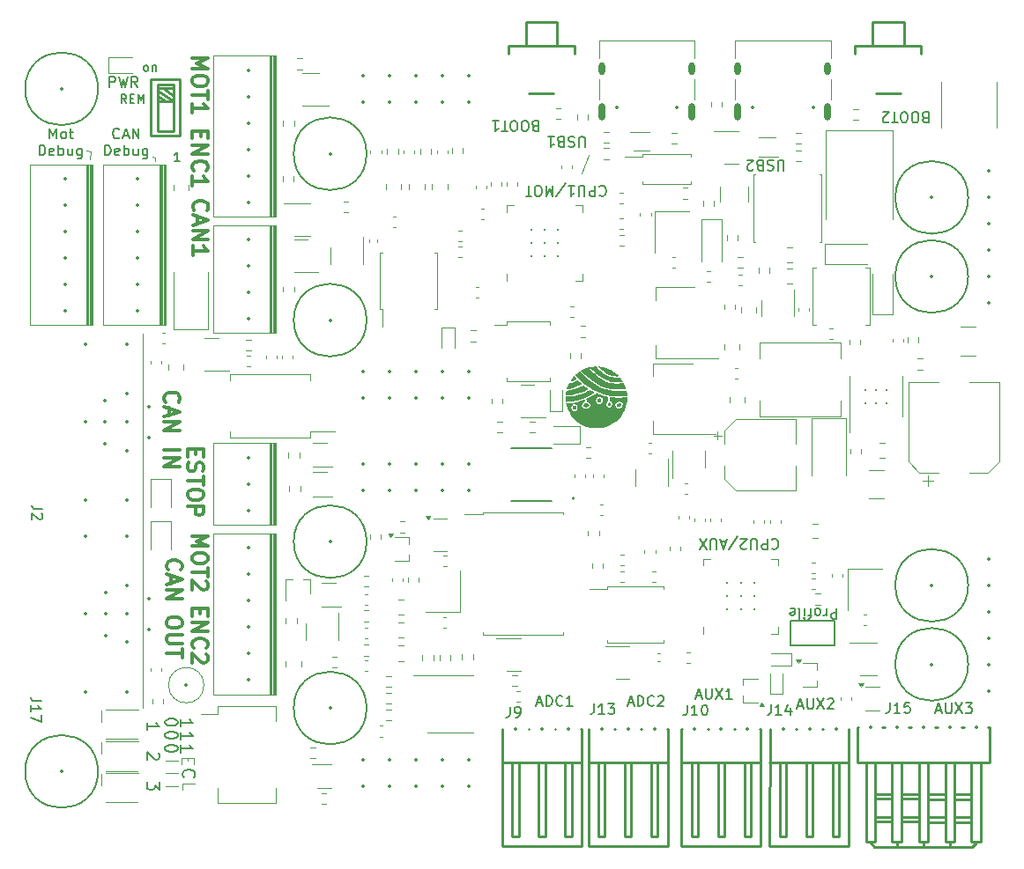
<source format=gto>
%TF.GenerationSoftware,KiCad,Pcbnew,8.0.1*%
%TF.CreationDate,2024-08-04T17:14:24+01:00*%
%TF.ProjectId,RP2040_base,52503230-3430-45f6-9261-73652e6b6963,REV1.1*%
%TF.SameCoordinates,Original*%
%TF.FileFunction,Legend,Top*%
%TF.FilePolarity,Positive*%
%FSLAX46Y46*%
G04 Gerber Fmt 4.6, Leading zero omitted, Abs format (unit mm)*
G04 Created by KiCad (PCBNEW 8.0.1) date 2024-08-04 17:14:24*
%MOMM*%
%LPD*%
G01*
G04 APERTURE LIST*
%ADD10C,0.120000*%
%ADD11C,0.200000*%
%ADD12C,0.150000*%
%ADD13C,0.300000*%
%ADD14C,0.254000*%
%ADD15C,0.000000*%
%ADD16C,0.127000*%
%ADD17C,0.300000*%
%ADD18C,0.350000*%
%ADD19O,0.600000X1.700000*%
%ADD20O,0.600000X1.200000*%
G04 APERTURE END LIST*
D10*
X83000000Y-70450000D02*
X82950000Y-71250000D01*
X92300000Y-128800000D02*
X92300000Y-129100000D01*
X82600000Y-70375000D02*
X83000000Y-70450000D01*
X91425000Y-130225000D02*
X90225000Y-130225000D01*
X130825000Y-70850000D02*
X130150000Y-72625000D01*
X92975000Y-131225000D02*
X91775000Y-131225000D01*
X92900000Y-128800000D02*
X91700000Y-128800000D01*
X89225000Y-71100000D02*
X89225000Y-71400000D01*
X91700000Y-128800000D02*
X91700000Y-129399999D01*
X88000000Y-88000000D02*
X88000000Y-124000000D01*
X91400000Y-129100000D02*
X90200000Y-129100000D01*
X91775000Y-131225000D02*
X91775000Y-131825000D01*
X91375000Y-131525000D02*
X90175000Y-131525000D01*
X88925000Y-70950000D02*
X89225000Y-71100000D01*
X92900000Y-128800000D02*
X92900000Y-129400000D01*
D11*
X88254761Y-62757827D02*
X88173809Y-62717351D01*
X88173809Y-62717351D02*
X88133332Y-62676874D01*
X88133332Y-62676874D02*
X88092856Y-62595922D01*
X88092856Y-62595922D02*
X88092856Y-62353065D01*
X88092856Y-62353065D02*
X88133332Y-62272112D01*
X88133332Y-62272112D02*
X88173809Y-62231636D01*
X88173809Y-62231636D02*
X88254761Y-62191160D01*
X88254761Y-62191160D02*
X88376190Y-62191160D01*
X88376190Y-62191160D02*
X88457142Y-62231636D01*
X88457142Y-62231636D02*
X88497618Y-62272112D01*
X88497618Y-62272112D02*
X88538094Y-62353065D01*
X88538094Y-62353065D02*
X88538094Y-62595922D01*
X88538094Y-62595922D02*
X88497618Y-62676874D01*
X88497618Y-62676874D02*
X88457142Y-62717351D01*
X88457142Y-62717351D02*
X88376190Y-62757827D01*
X88376190Y-62757827D02*
X88254761Y-62757827D01*
X88902380Y-62191160D02*
X88902380Y-62757827D01*
X88902380Y-62272112D02*
X88942857Y-62231636D01*
X88942857Y-62231636D02*
X89023809Y-62191160D01*
X89023809Y-62191160D02*
X89145238Y-62191160D01*
X89145238Y-62191160D02*
X89226190Y-62231636D01*
X89226190Y-62231636D02*
X89266666Y-62312589D01*
X89266666Y-62312589D02*
X89266666Y-62757827D01*
X125860714Y-123516504D02*
X126336904Y-123516504D01*
X125765476Y-123802219D02*
X126098809Y-122802219D01*
X126098809Y-122802219D02*
X126432142Y-123802219D01*
X126765476Y-123802219D02*
X126765476Y-122802219D01*
X126765476Y-122802219D02*
X127003571Y-122802219D01*
X127003571Y-122802219D02*
X127146428Y-122849838D01*
X127146428Y-122849838D02*
X127241666Y-122945076D01*
X127241666Y-122945076D02*
X127289285Y-123040314D01*
X127289285Y-123040314D02*
X127336904Y-123230790D01*
X127336904Y-123230790D02*
X127336904Y-123373647D01*
X127336904Y-123373647D02*
X127289285Y-123564123D01*
X127289285Y-123564123D02*
X127241666Y-123659361D01*
X127241666Y-123659361D02*
X127146428Y-123754600D01*
X127146428Y-123754600D02*
X127003571Y-123802219D01*
X127003571Y-123802219D02*
X126765476Y-123802219D01*
X128336904Y-123706980D02*
X128289285Y-123754600D01*
X128289285Y-123754600D02*
X128146428Y-123802219D01*
X128146428Y-123802219D02*
X128051190Y-123802219D01*
X128051190Y-123802219D02*
X127908333Y-123754600D01*
X127908333Y-123754600D02*
X127813095Y-123659361D01*
X127813095Y-123659361D02*
X127765476Y-123564123D01*
X127765476Y-123564123D02*
X127717857Y-123373647D01*
X127717857Y-123373647D02*
X127717857Y-123230790D01*
X127717857Y-123230790D02*
X127765476Y-123040314D01*
X127765476Y-123040314D02*
X127813095Y-122945076D01*
X127813095Y-122945076D02*
X127908333Y-122849838D01*
X127908333Y-122849838D02*
X128051190Y-122802219D01*
X128051190Y-122802219D02*
X128146428Y-122802219D01*
X128146428Y-122802219D02*
X128289285Y-122849838D01*
X128289285Y-122849838D02*
X128336904Y-122897457D01*
X129289285Y-123802219D02*
X128717857Y-123802219D01*
X129003571Y-123802219D02*
X129003571Y-122802219D01*
X129003571Y-122802219D02*
X128908333Y-122945076D01*
X128908333Y-122945076D02*
X128813095Y-123040314D01*
X128813095Y-123040314D02*
X128717857Y-123087933D01*
X79028571Y-69247247D02*
X79028571Y-68247247D01*
X79028571Y-68247247D02*
X79361904Y-68961532D01*
X79361904Y-68961532D02*
X79695237Y-68247247D01*
X79695237Y-68247247D02*
X79695237Y-69247247D01*
X80314285Y-69247247D02*
X80219047Y-69199628D01*
X80219047Y-69199628D02*
X80171428Y-69152008D01*
X80171428Y-69152008D02*
X80123809Y-69056770D01*
X80123809Y-69056770D02*
X80123809Y-68771056D01*
X80123809Y-68771056D02*
X80171428Y-68675818D01*
X80171428Y-68675818D02*
X80219047Y-68628199D01*
X80219047Y-68628199D02*
X80314285Y-68580580D01*
X80314285Y-68580580D02*
X80457142Y-68580580D01*
X80457142Y-68580580D02*
X80552380Y-68628199D01*
X80552380Y-68628199D02*
X80599999Y-68675818D01*
X80599999Y-68675818D02*
X80647618Y-68771056D01*
X80647618Y-68771056D02*
X80647618Y-69056770D01*
X80647618Y-69056770D02*
X80599999Y-69152008D01*
X80599999Y-69152008D02*
X80552380Y-69199628D01*
X80552380Y-69199628D02*
X80457142Y-69247247D01*
X80457142Y-69247247D02*
X80314285Y-69247247D01*
X80933333Y-68580580D02*
X81314285Y-68580580D01*
X81076190Y-68247247D02*
X81076190Y-69104389D01*
X81076190Y-69104389D02*
X81123809Y-69199628D01*
X81123809Y-69199628D02*
X81219047Y-69247247D01*
X81219047Y-69247247D02*
X81314285Y-69247247D01*
X78052381Y-70857191D02*
X78052381Y-69857191D01*
X78052381Y-69857191D02*
X78290476Y-69857191D01*
X78290476Y-69857191D02*
X78433333Y-69904810D01*
X78433333Y-69904810D02*
X78528571Y-70000048D01*
X78528571Y-70000048D02*
X78576190Y-70095286D01*
X78576190Y-70095286D02*
X78623809Y-70285762D01*
X78623809Y-70285762D02*
X78623809Y-70428619D01*
X78623809Y-70428619D02*
X78576190Y-70619095D01*
X78576190Y-70619095D02*
X78528571Y-70714333D01*
X78528571Y-70714333D02*
X78433333Y-70809572D01*
X78433333Y-70809572D02*
X78290476Y-70857191D01*
X78290476Y-70857191D02*
X78052381Y-70857191D01*
X79433333Y-70809572D02*
X79338095Y-70857191D01*
X79338095Y-70857191D02*
X79147619Y-70857191D01*
X79147619Y-70857191D02*
X79052381Y-70809572D01*
X79052381Y-70809572D02*
X79004762Y-70714333D01*
X79004762Y-70714333D02*
X79004762Y-70333381D01*
X79004762Y-70333381D02*
X79052381Y-70238143D01*
X79052381Y-70238143D02*
X79147619Y-70190524D01*
X79147619Y-70190524D02*
X79338095Y-70190524D01*
X79338095Y-70190524D02*
X79433333Y-70238143D01*
X79433333Y-70238143D02*
X79480952Y-70333381D01*
X79480952Y-70333381D02*
X79480952Y-70428619D01*
X79480952Y-70428619D02*
X79004762Y-70523857D01*
X79909524Y-70857191D02*
X79909524Y-69857191D01*
X79909524Y-70238143D02*
X80004762Y-70190524D01*
X80004762Y-70190524D02*
X80195238Y-70190524D01*
X80195238Y-70190524D02*
X80290476Y-70238143D01*
X80290476Y-70238143D02*
X80338095Y-70285762D01*
X80338095Y-70285762D02*
X80385714Y-70381000D01*
X80385714Y-70381000D02*
X80385714Y-70666714D01*
X80385714Y-70666714D02*
X80338095Y-70761952D01*
X80338095Y-70761952D02*
X80290476Y-70809572D01*
X80290476Y-70809572D02*
X80195238Y-70857191D01*
X80195238Y-70857191D02*
X80004762Y-70857191D01*
X80004762Y-70857191D02*
X79909524Y-70809572D01*
X81242857Y-70190524D02*
X81242857Y-70857191D01*
X80814286Y-70190524D02*
X80814286Y-70714333D01*
X80814286Y-70714333D02*
X80861905Y-70809572D01*
X80861905Y-70809572D02*
X80957143Y-70857191D01*
X80957143Y-70857191D02*
X81100000Y-70857191D01*
X81100000Y-70857191D02*
X81195238Y-70809572D01*
X81195238Y-70809572D02*
X81242857Y-70761952D01*
X82147619Y-70190524D02*
X82147619Y-71000048D01*
X82147619Y-71000048D02*
X82100000Y-71095286D01*
X82100000Y-71095286D02*
X82052381Y-71142905D01*
X82052381Y-71142905D02*
X81957143Y-71190524D01*
X81957143Y-71190524D02*
X81814286Y-71190524D01*
X81814286Y-71190524D02*
X81719048Y-71142905D01*
X82147619Y-70809572D02*
X82052381Y-70857191D01*
X82052381Y-70857191D02*
X81861905Y-70857191D01*
X81861905Y-70857191D02*
X81766667Y-70809572D01*
X81766667Y-70809572D02*
X81719048Y-70761952D01*
X81719048Y-70761952D02*
X81671429Y-70666714D01*
X81671429Y-70666714D02*
X81671429Y-70381000D01*
X81671429Y-70381000D02*
X81719048Y-70285762D01*
X81719048Y-70285762D02*
X81766667Y-70238143D01*
X81766667Y-70238143D02*
X81861905Y-70190524D01*
X81861905Y-70190524D02*
X82052381Y-70190524D01*
X82052381Y-70190524D02*
X82147619Y-70238143D01*
X163158333Y-67221590D02*
X163015476Y-67173971D01*
X163015476Y-67173971D02*
X162967857Y-67126352D01*
X162967857Y-67126352D02*
X162920238Y-67031114D01*
X162920238Y-67031114D02*
X162920238Y-66888257D01*
X162920238Y-66888257D02*
X162967857Y-66793019D01*
X162967857Y-66793019D02*
X163015476Y-66745400D01*
X163015476Y-66745400D02*
X163110714Y-66697780D01*
X163110714Y-66697780D02*
X163491666Y-66697780D01*
X163491666Y-66697780D02*
X163491666Y-67697780D01*
X163491666Y-67697780D02*
X163158333Y-67697780D01*
X163158333Y-67697780D02*
X163063095Y-67650161D01*
X163063095Y-67650161D02*
X163015476Y-67602542D01*
X163015476Y-67602542D02*
X162967857Y-67507304D01*
X162967857Y-67507304D02*
X162967857Y-67412066D01*
X162967857Y-67412066D02*
X163015476Y-67316828D01*
X163015476Y-67316828D02*
X163063095Y-67269209D01*
X163063095Y-67269209D02*
X163158333Y-67221590D01*
X163158333Y-67221590D02*
X163491666Y-67221590D01*
X162301190Y-67697780D02*
X162110714Y-67697780D01*
X162110714Y-67697780D02*
X162015476Y-67650161D01*
X162015476Y-67650161D02*
X161920238Y-67554923D01*
X161920238Y-67554923D02*
X161872619Y-67364447D01*
X161872619Y-67364447D02*
X161872619Y-67031114D01*
X161872619Y-67031114D02*
X161920238Y-66840638D01*
X161920238Y-66840638D02*
X162015476Y-66745400D01*
X162015476Y-66745400D02*
X162110714Y-66697780D01*
X162110714Y-66697780D02*
X162301190Y-66697780D01*
X162301190Y-66697780D02*
X162396428Y-66745400D01*
X162396428Y-66745400D02*
X162491666Y-66840638D01*
X162491666Y-66840638D02*
X162539285Y-67031114D01*
X162539285Y-67031114D02*
X162539285Y-67364447D01*
X162539285Y-67364447D02*
X162491666Y-67554923D01*
X162491666Y-67554923D02*
X162396428Y-67650161D01*
X162396428Y-67650161D02*
X162301190Y-67697780D01*
X161253571Y-67697780D02*
X161063095Y-67697780D01*
X161063095Y-67697780D02*
X160967857Y-67650161D01*
X160967857Y-67650161D02*
X160872619Y-67554923D01*
X160872619Y-67554923D02*
X160825000Y-67364447D01*
X160825000Y-67364447D02*
X160825000Y-67031114D01*
X160825000Y-67031114D02*
X160872619Y-66840638D01*
X160872619Y-66840638D02*
X160967857Y-66745400D01*
X160967857Y-66745400D02*
X161063095Y-66697780D01*
X161063095Y-66697780D02*
X161253571Y-66697780D01*
X161253571Y-66697780D02*
X161348809Y-66745400D01*
X161348809Y-66745400D02*
X161444047Y-66840638D01*
X161444047Y-66840638D02*
X161491666Y-67031114D01*
X161491666Y-67031114D02*
X161491666Y-67364447D01*
X161491666Y-67364447D02*
X161444047Y-67554923D01*
X161444047Y-67554923D02*
X161348809Y-67650161D01*
X161348809Y-67650161D02*
X161253571Y-67697780D01*
X160539285Y-67697780D02*
X159967857Y-67697780D01*
X160253571Y-66697780D02*
X160253571Y-67697780D01*
X159682142Y-67602542D02*
X159634523Y-67650161D01*
X159634523Y-67650161D02*
X159539285Y-67697780D01*
X159539285Y-67697780D02*
X159301190Y-67697780D01*
X159301190Y-67697780D02*
X159205952Y-67650161D01*
X159205952Y-67650161D02*
X159158333Y-67602542D01*
X159158333Y-67602542D02*
X159110714Y-67507304D01*
X159110714Y-67507304D02*
X159110714Y-67412066D01*
X159110714Y-67412066D02*
X159158333Y-67269209D01*
X159158333Y-67269209D02*
X159729761Y-66697780D01*
X159729761Y-66697780D02*
X159110714Y-66697780D01*
D12*
X89490371Y-128302255D02*
X89547514Y-128359398D01*
X89547514Y-128359398D02*
X89604657Y-128473684D01*
X89604657Y-128473684D02*
X89604657Y-128759398D01*
X89604657Y-128759398D02*
X89547514Y-128873684D01*
X89547514Y-128873684D02*
X89490371Y-128930826D01*
X89490371Y-128930826D02*
X89376085Y-128987969D01*
X89376085Y-128987969D02*
X89261800Y-128987969D01*
X89261800Y-128987969D02*
X89090371Y-128930826D01*
X89090371Y-128930826D02*
X88404657Y-128245112D01*
X88404657Y-128245112D02*
X88404657Y-128987969D01*
X89604657Y-131120112D02*
X89604657Y-131862969D01*
X89604657Y-131862969D02*
X89147514Y-131462969D01*
X89147514Y-131462969D02*
X89147514Y-131634398D01*
X89147514Y-131634398D02*
X89090371Y-131748684D01*
X89090371Y-131748684D02*
X89033228Y-131805826D01*
X89033228Y-131805826D02*
X88918942Y-131862969D01*
X88918942Y-131862969D02*
X88633228Y-131862969D01*
X88633228Y-131862969D02*
X88518942Y-131805826D01*
X88518942Y-131805826D02*
X88461800Y-131748684D01*
X88461800Y-131748684D02*
X88404657Y-131634398D01*
X88404657Y-131634398D02*
X88404657Y-131291541D01*
X88404657Y-131291541D02*
X88461800Y-131177255D01*
X88461800Y-131177255D02*
X88518942Y-131120112D01*
X91354657Y-125312969D02*
X91354657Y-125427255D01*
X91354657Y-125427255D02*
X91297514Y-125541541D01*
X91297514Y-125541541D02*
X91240371Y-125598684D01*
X91240371Y-125598684D02*
X91126085Y-125655826D01*
X91126085Y-125655826D02*
X90897514Y-125712969D01*
X90897514Y-125712969D02*
X90611800Y-125712969D01*
X90611800Y-125712969D02*
X90383228Y-125655826D01*
X90383228Y-125655826D02*
X90268942Y-125598684D01*
X90268942Y-125598684D02*
X90211800Y-125541541D01*
X90211800Y-125541541D02*
X90154657Y-125427255D01*
X90154657Y-125427255D02*
X90154657Y-125312969D01*
X90154657Y-125312969D02*
X90211800Y-125198684D01*
X90211800Y-125198684D02*
X90268942Y-125141541D01*
X90268942Y-125141541D02*
X90383228Y-125084398D01*
X90383228Y-125084398D02*
X90611800Y-125027255D01*
X90611800Y-125027255D02*
X90897514Y-125027255D01*
X90897514Y-125027255D02*
X91126085Y-125084398D01*
X91126085Y-125084398D02*
X91240371Y-125141541D01*
X91240371Y-125141541D02*
X91297514Y-125198684D01*
X91297514Y-125198684D02*
X91354657Y-125312969D01*
X91354656Y-126562969D02*
X91354656Y-126677255D01*
X91354656Y-126677255D02*
X91297513Y-126791541D01*
X91297513Y-126791541D02*
X91240370Y-126848684D01*
X91240370Y-126848684D02*
X91126084Y-126905826D01*
X91126084Y-126905826D02*
X90897513Y-126962969D01*
X90897513Y-126962969D02*
X90611799Y-126962969D01*
X90611799Y-126962969D02*
X90383227Y-126905826D01*
X90383227Y-126905826D02*
X90268941Y-126848684D01*
X90268941Y-126848684D02*
X90211799Y-126791541D01*
X90211799Y-126791541D02*
X90154656Y-126677255D01*
X90154656Y-126677255D02*
X90154656Y-126562969D01*
X90154656Y-126562969D02*
X90211799Y-126448684D01*
X90211799Y-126448684D02*
X90268941Y-126391541D01*
X90268941Y-126391541D02*
X90383227Y-126334398D01*
X90383227Y-126334398D02*
X90611799Y-126277255D01*
X90611799Y-126277255D02*
X90897513Y-126277255D01*
X90897513Y-126277255D02*
X91126084Y-126334398D01*
X91126084Y-126334398D02*
X91240370Y-126391541D01*
X91240370Y-126391541D02*
X91297513Y-126448684D01*
X91297513Y-126448684D02*
X91354656Y-126562969D01*
X91654657Y-125762969D02*
X91654657Y-125077255D01*
X91654657Y-125420112D02*
X92854657Y-125420112D01*
X92854657Y-125420112D02*
X92683228Y-125305826D01*
X92683228Y-125305826D02*
X92568942Y-125191541D01*
X92568942Y-125191541D02*
X92511800Y-125077255D01*
D13*
X93107385Y-99107142D02*
X93107385Y-99607142D01*
X92321671Y-99821428D02*
X92321671Y-99107142D01*
X92321671Y-99107142D02*
X93821671Y-99107142D01*
X93821671Y-99107142D02*
X93821671Y-99821428D01*
X92393100Y-100392857D02*
X92321671Y-100607143D01*
X92321671Y-100607143D02*
X92321671Y-100964285D01*
X92321671Y-100964285D02*
X92393100Y-101107143D01*
X92393100Y-101107143D02*
X92464528Y-101178571D01*
X92464528Y-101178571D02*
X92607385Y-101250000D01*
X92607385Y-101250000D02*
X92750242Y-101250000D01*
X92750242Y-101250000D02*
X92893100Y-101178571D01*
X92893100Y-101178571D02*
X92964528Y-101107143D01*
X92964528Y-101107143D02*
X93035957Y-100964285D01*
X93035957Y-100964285D02*
X93107385Y-100678571D01*
X93107385Y-100678571D02*
X93178814Y-100535714D01*
X93178814Y-100535714D02*
X93250242Y-100464285D01*
X93250242Y-100464285D02*
X93393100Y-100392857D01*
X93393100Y-100392857D02*
X93535957Y-100392857D01*
X93535957Y-100392857D02*
X93678814Y-100464285D01*
X93678814Y-100464285D02*
X93750242Y-100535714D01*
X93750242Y-100535714D02*
X93821671Y-100678571D01*
X93821671Y-100678571D02*
X93821671Y-101035714D01*
X93821671Y-101035714D02*
X93750242Y-101250000D01*
X93821671Y-101678571D02*
X93821671Y-102535714D01*
X92321671Y-102107142D02*
X93821671Y-102107142D01*
X93821671Y-103321428D02*
X93821671Y-103607142D01*
X93821671Y-103607142D02*
X93750242Y-103749999D01*
X93750242Y-103749999D02*
X93607385Y-103892856D01*
X93607385Y-103892856D02*
X93321671Y-103964285D01*
X93321671Y-103964285D02*
X92821671Y-103964285D01*
X92821671Y-103964285D02*
X92535957Y-103892856D01*
X92535957Y-103892856D02*
X92393100Y-103749999D01*
X92393100Y-103749999D02*
X92321671Y-103607142D01*
X92321671Y-103607142D02*
X92321671Y-103321428D01*
X92321671Y-103321428D02*
X92393100Y-103178571D01*
X92393100Y-103178571D02*
X92535957Y-103035713D01*
X92535957Y-103035713D02*
X92821671Y-102964285D01*
X92821671Y-102964285D02*
X93321671Y-102964285D01*
X93321671Y-102964285D02*
X93607385Y-103035713D01*
X93607385Y-103035713D02*
X93750242Y-103178571D01*
X93750242Y-103178571D02*
X93821671Y-103321428D01*
X92321671Y-104607142D02*
X93821671Y-104607142D01*
X93821671Y-104607142D02*
X93821671Y-105178571D01*
X93821671Y-105178571D02*
X93750242Y-105321428D01*
X93750242Y-105321428D02*
X93678814Y-105392857D01*
X93678814Y-105392857D02*
X93535957Y-105464285D01*
X93535957Y-105464285D02*
X93321671Y-105464285D01*
X93321671Y-105464285D02*
X93178814Y-105392857D01*
X93178814Y-105392857D02*
X93107385Y-105321428D01*
X93107385Y-105321428D02*
X93035957Y-105178571D01*
X93035957Y-105178571D02*
X93035957Y-104607142D01*
D11*
X148433898Y-107818019D02*
X148481517Y-107770400D01*
X148481517Y-107770400D02*
X148624374Y-107722780D01*
X148624374Y-107722780D02*
X148719612Y-107722780D01*
X148719612Y-107722780D02*
X148862469Y-107770400D01*
X148862469Y-107770400D02*
X148957707Y-107865638D01*
X148957707Y-107865638D02*
X149005326Y-107960876D01*
X149005326Y-107960876D02*
X149052945Y-108151352D01*
X149052945Y-108151352D02*
X149052945Y-108294209D01*
X149052945Y-108294209D02*
X149005326Y-108484685D01*
X149005326Y-108484685D02*
X148957707Y-108579923D01*
X148957707Y-108579923D02*
X148862469Y-108675161D01*
X148862469Y-108675161D02*
X148719612Y-108722780D01*
X148719612Y-108722780D02*
X148624374Y-108722780D01*
X148624374Y-108722780D02*
X148481517Y-108675161D01*
X148481517Y-108675161D02*
X148433898Y-108627542D01*
X148005326Y-107722780D02*
X148005326Y-108722780D01*
X148005326Y-108722780D02*
X147624374Y-108722780D01*
X147624374Y-108722780D02*
X147529136Y-108675161D01*
X147529136Y-108675161D02*
X147481517Y-108627542D01*
X147481517Y-108627542D02*
X147433898Y-108532304D01*
X147433898Y-108532304D02*
X147433898Y-108389447D01*
X147433898Y-108389447D02*
X147481517Y-108294209D01*
X147481517Y-108294209D02*
X147529136Y-108246590D01*
X147529136Y-108246590D02*
X147624374Y-108198971D01*
X147624374Y-108198971D02*
X148005326Y-108198971D01*
X147005326Y-108722780D02*
X147005326Y-107913257D01*
X147005326Y-107913257D02*
X146957707Y-107818019D01*
X146957707Y-107818019D02*
X146910088Y-107770400D01*
X146910088Y-107770400D02*
X146814850Y-107722780D01*
X146814850Y-107722780D02*
X146624374Y-107722780D01*
X146624374Y-107722780D02*
X146529136Y-107770400D01*
X146529136Y-107770400D02*
X146481517Y-107818019D01*
X146481517Y-107818019D02*
X146433898Y-107913257D01*
X146433898Y-107913257D02*
X146433898Y-108722780D01*
X146005326Y-108627542D02*
X145957707Y-108675161D01*
X145957707Y-108675161D02*
X145862469Y-108722780D01*
X145862469Y-108722780D02*
X145624374Y-108722780D01*
X145624374Y-108722780D02*
X145529136Y-108675161D01*
X145529136Y-108675161D02*
X145481517Y-108627542D01*
X145481517Y-108627542D02*
X145433898Y-108532304D01*
X145433898Y-108532304D02*
X145433898Y-108437066D01*
X145433898Y-108437066D02*
X145481517Y-108294209D01*
X145481517Y-108294209D02*
X146052945Y-107722780D01*
X146052945Y-107722780D02*
X145433898Y-107722780D01*
X144291041Y-108770400D02*
X145148183Y-107484685D01*
X144005326Y-108008495D02*
X143529136Y-108008495D01*
X144100564Y-107722780D02*
X143767231Y-108722780D01*
X143767231Y-108722780D02*
X143433898Y-107722780D01*
X143100564Y-108722780D02*
X143100564Y-107913257D01*
X143100564Y-107913257D02*
X143052945Y-107818019D01*
X143052945Y-107818019D02*
X143005326Y-107770400D01*
X143005326Y-107770400D02*
X142910088Y-107722780D01*
X142910088Y-107722780D02*
X142719612Y-107722780D01*
X142719612Y-107722780D02*
X142624374Y-107770400D01*
X142624374Y-107770400D02*
X142576755Y-107818019D01*
X142576755Y-107818019D02*
X142529136Y-107913257D01*
X142529136Y-107913257D02*
X142529136Y-108722780D01*
X142148183Y-108722780D02*
X141481517Y-107722780D01*
X141481517Y-108722780D02*
X142148183Y-107722780D01*
X154663095Y-114397780D02*
X154663095Y-115397780D01*
X154663095Y-115397780D02*
X154282143Y-115397780D01*
X154282143Y-115397780D02*
X154186905Y-115350161D01*
X154186905Y-115350161D02*
X154139286Y-115302542D01*
X154139286Y-115302542D02*
X154091667Y-115207304D01*
X154091667Y-115207304D02*
X154091667Y-115064447D01*
X154091667Y-115064447D02*
X154139286Y-114969209D01*
X154139286Y-114969209D02*
X154186905Y-114921590D01*
X154186905Y-114921590D02*
X154282143Y-114873971D01*
X154282143Y-114873971D02*
X154663095Y-114873971D01*
X153663095Y-114397780D02*
X153663095Y-115064447D01*
X153663095Y-114873971D02*
X153615476Y-114969209D01*
X153615476Y-114969209D02*
X153567857Y-115016828D01*
X153567857Y-115016828D02*
X153472619Y-115064447D01*
X153472619Y-115064447D02*
X153377381Y-115064447D01*
X152901190Y-114397780D02*
X152996428Y-114445400D01*
X152996428Y-114445400D02*
X153044047Y-114493019D01*
X153044047Y-114493019D02*
X153091666Y-114588257D01*
X153091666Y-114588257D02*
X153091666Y-114873971D01*
X153091666Y-114873971D02*
X153044047Y-114969209D01*
X153044047Y-114969209D02*
X152996428Y-115016828D01*
X152996428Y-115016828D02*
X152901190Y-115064447D01*
X152901190Y-115064447D02*
X152758333Y-115064447D01*
X152758333Y-115064447D02*
X152663095Y-115016828D01*
X152663095Y-115016828D02*
X152615476Y-114969209D01*
X152615476Y-114969209D02*
X152567857Y-114873971D01*
X152567857Y-114873971D02*
X152567857Y-114588257D01*
X152567857Y-114588257D02*
X152615476Y-114493019D01*
X152615476Y-114493019D02*
X152663095Y-114445400D01*
X152663095Y-114445400D02*
X152758333Y-114397780D01*
X152758333Y-114397780D02*
X152901190Y-114397780D01*
X152282142Y-115064447D02*
X151901190Y-115064447D01*
X152139285Y-114397780D02*
X152139285Y-115254923D01*
X152139285Y-115254923D02*
X152091666Y-115350161D01*
X152091666Y-115350161D02*
X151996428Y-115397780D01*
X151996428Y-115397780D02*
X151901190Y-115397780D01*
X151567856Y-114397780D02*
X151567856Y-115064447D01*
X151567856Y-115397780D02*
X151615475Y-115350161D01*
X151615475Y-115350161D02*
X151567856Y-115302542D01*
X151567856Y-115302542D02*
X151520237Y-115350161D01*
X151520237Y-115350161D02*
X151567856Y-115397780D01*
X151567856Y-115397780D02*
X151567856Y-115302542D01*
X150948809Y-114397780D02*
X151044047Y-114445400D01*
X151044047Y-114445400D02*
X151091666Y-114540638D01*
X151091666Y-114540638D02*
X151091666Y-115397780D01*
X150186904Y-114445400D02*
X150282142Y-114397780D01*
X150282142Y-114397780D02*
X150472618Y-114397780D01*
X150472618Y-114397780D02*
X150567856Y-114445400D01*
X150567856Y-114445400D02*
X150615475Y-114540638D01*
X150615475Y-114540638D02*
X150615475Y-114921590D01*
X150615475Y-114921590D02*
X150567856Y-115016828D01*
X150567856Y-115016828D02*
X150472618Y-115064447D01*
X150472618Y-115064447D02*
X150282142Y-115064447D01*
X150282142Y-115064447D02*
X150186904Y-115016828D01*
X150186904Y-115016828D02*
X150139285Y-114921590D01*
X150139285Y-114921590D02*
X150139285Y-114826352D01*
X150139285Y-114826352D02*
X150615475Y-114731114D01*
X91567857Y-71382827D02*
X91082142Y-71382827D01*
X91324999Y-71382827D02*
X91324999Y-70532827D01*
X91324999Y-70532827D02*
X91244047Y-70654255D01*
X91244047Y-70654255D02*
X91163095Y-70735208D01*
X91163095Y-70735208D02*
X91082142Y-70775684D01*
D13*
X90414528Y-110721428D02*
X90343100Y-110650000D01*
X90343100Y-110650000D02*
X90271671Y-110435714D01*
X90271671Y-110435714D02*
X90271671Y-110292857D01*
X90271671Y-110292857D02*
X90343100Y-110078571D01*
X90343100Y-110078571D02*
X90485957Y-109935714D01*
X90485957Y-109935714D02*
X90628814Y-109864285D01*
X90628814Y-109864285D02*
X90914528Y-109792857D01*
X90914528Y-109792857D02*
X91128814Y-109792857D01*
X91128814Y-109792857D02*
X91414528Y-109864285D01*
X91414528Y-109864285D02*
X91557385Y-109935714D01*
X91557385Y-109935714D02*
X91700242Y-110078571D01*
X91700242Y-110078571D02*
X91771671Y-110292857D01*
X91771671Y-110292857D02*
X91771671Y-110435714D01*
X91771671Y-110435714D02*
X91700242Y-110650000D01*
X91700242Y-110650000D02*
X91628814Y-110721428D01*
X90700242Y-111292857D02*
X90700242Y-112007143D01*
X90271671Y-111150000D02*
X91771671Y-111650000D01*
X91771671Y-111650000D02*
X90271671Y-112150000D01*
X90271671Y-112649999D02*
X91771671Y-112649999D01*
X91771671Y-112649999D02*
X90271671Y-113507142D01*
X90271671Y-113507142D02*
X91771671Y-113507142D01*
X91771671Y-115650000D02*
X91771671Y-115935714D01*
X91771671Y-115935714D02*
X91700242Y-116078571D01*
X91700242Y-116078571D02*
X91557385Y-116221428D01*
X91557385Y-116221428D02*
X91271671Y-116292857D01*
X91271671Y-116292857D02*
X90771671Y-116292857D01*
X90771671Y-116292857D02*
X90485957Y-116221428D01*
X90485957Y-116221428D02*
X90343100Y-116078571D01*
X90343100Y-116078571D02*
X90271671Y-115935714D01*
X90271671Y-115935714D02*
X90271671Y-115650000D01*
X90271671Y-115650000D02*
X90343100Y-115507143D01*
X90343100Y-115507143D02*
X90485957Y-115364285D01*
X90485957Y-115364285D02*
X90771671Y-115292857D01*
X90771671Y-115292857D02*
X91271671Y-115292857D01*
X91271671Y-115292857D02*
X91557385Y-115364285D01*
X91557385Y-115364285D02*
X91700242Y-115507143D01*
X91700242Y-115507143D02*
X91771671Y-115650000D01*
X91771671Y-116935714D02*
X90557385Y-116935714D01*
X90557385Y-116935714D02*
X90414528Y-117007143D01*
X90414528Y-117007143D02*
X90343100Y-117078572D01*
X90343100Y-117078572D02*
X90271671Y-117221429D01*
X90271671Y-117221429D02*
X90271671Y-117507143D01*
X90271671Y-117507143D02*
X90343100Y-117650000D01*
X90343100Y-117650000D02*
X90414528Y-117721429D01*
X90414528Y-117721429D02*
X90557385Y-117792857D01*
X90557385Y-117792857D02*
X91771671Y-117792857D01*
X91771671Y-118292858D02*
X91771671Y-119150001D01*
X90271671Y-118721429D02*
X91771671Y-118721429D01*
D11*
X86422857Y-65842827D02*
X86139523Y-65438065D01*
X85937142Y-65842827D02*
X85937142Y-64992827D01*
X85937142Y-64992827D02*
X86260952Y-64992827D01*
X86260952Y-64992827D02*
X86341904Y-65033303D01*
X86341904Y-65033303D02*
X86382381Y-65073779D01*
X86382381Y-65073779D02*
X86422857Y-65154731D01*
X86422857Y-65154731D02*
X86422857Y-65276160D01*
X86422857Y-65276160D02*
X86382381Y-65357112D01*
X86382381Y-65357112D02*
X86341904Y-65397589D01*
X86341904Y-65397589D02*
X86260952Y-65438065D01*
X86260952Y-65438065D02*
X85937142Y-65438065D01*
X86787142Y-65397589D02*
X87070476Y-65397589D01*
X87191904Y-65842827D02*
X86787142Y-65842827D01*
X86787142Y-65842827D02*
X86787142Y-64992827D01*
X86787142Y-64992827D02*
X87191904Y-64992827D01*
X87556190Y-65842827D02*
X87556190Y-64992827D01*
X87556190Y-64992827D02*
X87839524Y-65599970D01*
X87839524Y-65599970D02*
X88122857Y-64992827D01*
X88122857Y-64992827D02*
X88122857Y-65842827D01*
D13*
X90214528Y-94571428D02*
X90143100Y-94500000D01*
X90143100Y-94500000D02*
X90071671Y-94285714D01*
X90071671Y-94285714D02*
X90071671Y-94142857D01*
X90071671Y-94142857D02*
X90143100Y-93928571D01*
X90143100Y-93928571D02*
X90285957Y-93785714D01*
X90285957Y-93785714D02*
X90428814Y-93714285D01*
X90428814Y-93714285D02*
X90714528Y-93642857D01*
X90714528Y-93642857D02*
X90928814Y-93642857D01*
X90928814Y-93642857D02*
X91214528Y-93714285D01*
X91214528Y-93714285D02*
X91357385Y-93785714D01*
X91357385Y-93785714D02*
X91500242Y-93928571D01*
X91500242Y-93928571D02*
X91571671Y-94142857D01*
X91571671Y-94142857D02*
X91571671Y-94285714D01*
X91571671Y-94285714D02*
X91500242Y-94500000D01*
X91500242Y-94500000D02*
X91428814Y-94571428D01*
X90500242Y-95142857D02*
X90500242Y-95857143D01*
X90071671Y-95000000D02*
X91571671Y-95500000D01*
X91571671Y-95500000D02*
X90071671Y-96000000D01*
X90071671Y-96499999D02*
X91571671Y-96499999D01*
X91571671Y-96499999D02*
X90071671Y-97357142D01*
X90071671Y-97357142D02*
X91571671Y-97357142D01*
X90071671Y-99214285D02*
X91571671Y-99214285D01*
X90071671Y-99928571D02*
X91571671Y-99928571D01*
X91571671Y-99928571D02*
X90071671Y-100785714D01*
X90071671Y-100785714D02*
X91571671Y-100785714D01*
D12*
X88404657Y-126112969D02*
X88404657Y-125427255D01*
X88404657Y-125770112D02*
X89604657Y-125770112D01*
X89604657Y-125770112D02*
X89433228Y-125655826D01*
X89433228Y-125655826D02*
X89318942Y-125541541D01*
X89318942Y-125541541D02*
X89261800Y-125427255D01*
D13*
X92771671Y-61528571D02*
X94271671Y-61528571D01*
X94271671Y-61528571D02*
X93200242Y-62028571D01*
X93200242Y-62028571D02*
X94271671Y-62528571D01*
X94271671Y-62528571D02*
X92771671Y-62528571D01*
X94271671Y-63528572D02*
X94271671Y-63814286D01*
X94271671Y-63814286D02*
X94200242Y-63957143D01*
X94200242Y-63957143D02*
X94057385Y-64100000D01*
X94057385Y-64100000D02*
X93771671Y-64171429D01*
X93771671Y-64171429D02*
X93271671Y-64171429D01*
X93271671Y-64171429D02*
X92985957Y-64100000D01*
X92985957Y-64100000D02*
X92843100Y-63957143D01*
X92843100Y-63957143D02*
X92771671Y-63814286D01*
X92771671Y-63814286D02*
X92771671Y-63528572D01*
X92771671Y-63528572D02*
X92843100Y-63385715D01*
X92843100Y-63385715D02*
X92985957Y-63242857D01*
X92985957Y-63242857D02*
X93271671Y-63171429D01*
X93271671Y-63171429D02*
X93771671Y-63171429D01*
X93771671Y-63171429D02*
X94057385Y-63242857D01*
X94057385Y-63242857D02*
X94200242Y-63385715D01*
X94200242Y-63385715D02*
X94271671Y-63528572D01*
X94271671Y-64600001D02*
X94271671Y-65457144D01*
X92771671Y-65028572D02*
X94271671Y-65028572D01*
X92771671Y-66742858D02*
X92771671Y-65885715D01*
X92771671Y-66314286D02*
X94271671Y-66314286D01*
X94271671Y-66314286D02*
X94057385Y-66171429D01*
X94057385Y-66171429D02*
X93914528Y-66028572D01*
X93914528Y-66028572D02*
X93843100Y-65885715D01*
X93557385Y-68528571D02*
X93557385Y-69028571D01*
X92771671Y-69242857D02*
X92771671Y-68528571D01*
X92771671Y-68528571D02*
X94271671Y-68528571D01*
X94271671Y-68528571D02*
X94271671Y-69242857D01*
X92771671Y-69885714D02*
X94271671Y-69885714D01*
X94271671Y-69885714D02*
X92771671Y-70742857D01*
X92771671Y-70742857D02*
X94271671Y-70742857D01*
X92914528Y-72314286D02*
X92843100Y-72242858D01*
X92843100Y-72242858D02*
X92771671Y-72028572D01*
X92771671Y-72028572D02*
X92771671Y-71885715D01*
X92771671Y-71885715D02*
X92843100Y-71671429D01*
X92843100Y-71671429D02*
X92985957Y-71528572D01*
X92985957Y-71528572D02*
X93128814Y-71457143D01*
X93128814Y-71457143D02*
X93414528Y-71385715D01*
X93414528Y-71385715D02*
X93628814Y-71385715D01*
X93628814Y-71385715D02*
X93914528Y-71457143D01*
X93914528Y-71457143D02*
X94057385Y-71528572D01*
X94057385Y-71528572D02*
X94200242Y-71671429D01*
X94200242Y-71671429D02*
X94271671Y-71885715D01*
X94271671Y-71885715D02*
X94271671Y-72028572D01*
X94271671Y-72028572D02*
X94200242Y-72242858D01*
X94200242Y-72242858D02*
X94128814Y-72314286D01*
X92771671Y-73742858D02*
X92771671Y-72885715D01*
X92771671Y-73314286D02*
X94271671Y-73314286D01*
X94271671Y-73314286D02*
X94057385Y-73171429D01*
X94057385Y-73171429D02*
X93914528Y-73028572D01*
X93914528Y-73028572D02*
X93843100Y-72885715D01*
D11*
X84791667Y-64277219D02*
X84791667Y-63277219D01*
X84791667Y-63277219D02*
X85172619Y-63277219D01*
X85172619Y-63277219D02*
X85267857Y-63324838D01*
X85267857Y-63324838D02*
X85315476Y-63372457D01*
X85315476Y-63372457D02*
X85363095Y-63467695D01*
X85363095Y-63467695D02*
X85363095Y-63610552D01*
X85363095Y-63610552D02*
X85315476Y-63705790D01*
X85315476Y-63705790D02*
X85267857Y-63753409D01*
X85267857Y-63753409D02*
X85172619Y-63801028D01*
X85172619Y-63801028D02*
X84791667Y-63801028D01*
X85696429Y-63277219D02*
X85934524Y-64277219D01*
X85934524Y-64277219D02*
X86125000Y-63562933D01*
X86125000Y-63562933D02*
X86315476Y-64277219D01*
X86315476Y-64277219D02*
X86553572Y-63277219D01*
X87505952Y-64277219D02*
X87172619Y-63801028D01*
X86934524Y-64277219D02*
X86934524Y-63277219D01*
X86934524Y-63277219D02*
X87315476Y-63277219D01*
X87315476Y-63277219D02*
X87410714Y-63324838D01*
X87410714Y-63324838D02*
X87458333Y-63372457D01*
X87458333Y-63372457D02*
X87505952Y-63467695D01*
X87505952Y-63467695D02*
X87505952Y-63610552D01*
X87505952Y-63610552D02*
X87458333Y-63705790D01*
X87458333Y-63705790D02*
X87410714Y-63753409D01*
X87410714Y-63753409D02*
X87315476Y-63801028D01*
X87315476Y-63801028D02*
X86934524Y-63801028D01*
X149588094Y-72297780D02*
X149588094Y-71488257D01*
X149588094Y-71488257D02*
X149540475Y-71393019D01*
X149540475Y-71393019D02*
X149492856Y-71345400D01*
X149492856Y-71345400D02*
X149397618Y-71297780D01*
X149397618Y-71297780D02*
X149207142Y-71297780D01*
X149207142Y-71297780D02*
X149111904Y-71345400D01*
X149111904Y-71345400D02*
X149064285Y-71393019D01*
X149064285Y-71393019D02*
X149016666Y-71488257D01*
X149016666Y-71488257D02*
X149016666Y-72297780D01*
X148588094Y-71345400D02*
X148445237Y-71297780D01*
X148445237Y-71297780D02*
X148207142Y-71297780D01*
X148207142Y-71297780D02*
X148111904Y-71345400D01*
X148111904Y-71345400D02*
X148064285Y-71393019D01*
X148064285Y-71393019D02*
X148016666Y-71488257D01*
X148016666Y-71488257D02*
X148016666Y-71583495D01*
X148016666Y-71583495D02*
X148064285Y-71678733D01*
X148064285Y-71678733D02*
X148111904Y-71726352D01*
X148111904Y-71726352D02*
X148207142Y-71773971D01*
X148207142Y-71773971D02*
X148397618Y-71821590D01*
X148397618Y-71821590D02*
X148492856Y-71869209D01*
X148492856Y-71869209D02*
X148540475Y-71916828D01*
X148540475Y-71916828D02*
X148588094Y-72012066D01*
X148588094Y-72012066D02*
X148588094Y-72107304D01*
X148588094Y-72107304D02*
X148540475Y-72202542D01*
X148540475Y-72202542D02*
X148492856Y-72250161D01*
X148492856Y-72250161D02*
X148397618Y-72297780D01*
X148397618Y-72297780D02*
X148159523Y-72297780D01*
X148159523Y-72297780D02*
X148016666Y-72250161D01*
X147254761Y-71821590D02*
X147111904Y-71773971D01*
X147111904Y-71773971D02*
X147064285Y-71726352D01*
X147064285Y-71726352D02*
X147016666Y-71631114D01*
X147016666Y-71631114D02*
X147016666Y-71488257D01*
X147016666Y-71488257D02*
X147064285Y-71393019D01*
X147064285Y-71393019D02*
X147111904Y-71345400D01*
X147111904Y-71345400D02*
X147207142Y-71297780D01*
X147207142Y-71297780D02*
X147588094Y-71297780D01*
X147588094Y-71297780D02*
X147588094Y-72297780D01*
X147588094Y-72297780D02*
X147254761Y-72297780D01*
X147254761Y-72297780D02*
X147159523Y-72250161D01*
X147159523Y-72250161D02*
X147111904Y-72202542D01*
X147111904Y-72202542D02*
X147064285Y-72107304D01*
X147064285Y-72107304D02*
X147064285Y-72012066D01*
X147064285Y-72012066D02*
X147111904Y-71916828D01*
X147111904Y-71916828D02*
X147159523Y-71869209D01*
X147159523Y-71869209D02*
X147254761Y-71821590D01*
X147254761Y-71821590D02*
X147588094Y-71821590D01*
X146635713Y-72202542D02*
X146588094Y-72250161D01*
X146588094Y-72250161D02*
X146492856Y-72297780D01*
X146492856Y-72297780D02*
X146254761Y-72297780D01*
X146254761Y-72297780D02*
X146159523Y-72250161D01*
X146159523Y-72250161D02*
X146111904Y-72202542D01*
X146111904Y-72202542D02*
X146064285Y-72107304D01*
X146064285Y-72107304D02*
X146064285Y-72012066D01*
X146064285Y-72012066D02*
X146111904Y-71869209D01*
X146111904Y-71869209D02*
X146683332Y-71297780D01*
X146683332Y-71297780D02*
X146064285Y-71297780D01*
X130463094Y-70047780D02*
X130463094Y-69238257D01*
X130463094Y-69238257D02*
X130415475Y-69143019D01*
X130415475Y-69143019D02*
X130367856Y-69095400D01*
X130367856Y-69095400D02*
X130272618Y-69047780D01*
X130272618Y-69047780D02*
X130082142Y-69047780D01*
X130082142Y-69047780D02*
X129986904Y-69095400D01*
X129986904Y-69095400D02*
X129939285Y-69143019D01*
X129939285Y-69143019D02*
X129891666Y-69238257D01*
X129891666Y-69238257D02*
X129891666Y-70047780D01*
X129463094Y-69095400D02*
X129320237Y-69047780D01*
X129320237Y-69047780D02*
X129082142Y-69047780D01*
X129082142Y-69047780D02*
X128986904Y-69095400D01*
X128986904Y-69095400D02*
X128939285Y-69143019D01*
X128939285Y-69143019D02*
X128891666Y-69238257D01*
X128891666Y-69238257D02*
X128891666Y-69333495D01*
X128891666Y-69333495D02*
X128939285Y-69428733D01*
X128939285Y-69428733D02*
X128986904Y-69476352D01*
X128986904Y-69476352D02*
X129082142Y-69523971D01*
X129082142Y-69523971D02*
X129272618Y-69571590D01*
X129272618Y-69571590D02*
X129367856Y-69619209D01*
X129367856Y-69619209D02*
X129415475Y-69666828D01*
X129415475Y-69666828D02*
X129463094Y-69762066D01*
X129463094Y-69762066D02*
X129463094Y-69857304D01*
X129463094Y-69857304D02*
X129415475Y-69952542D01*
X129415475Y-69952542D02*
X129367856Y-70000161D01*
X129367856Y-70000161D02*
X129272618Y-70047780D01*
X129272618Y-70047780D02*
X129034523Y-70047780D01*
X129034523Y-70047780D02*
X128891666Y-70000161D01*
X128129761Y-69571590D02*
X127986904Y-69523971D01*
X127986904Y-69523971D02*
X127939285Y-69476352D01*
X127939285Y-69476352D02*
X127891666Y-69381114D01*
X127891666Y-69381114D02*
X127891666Y-69238257D01*
X127891666Y-69238257D02*
X127939285Y-69143019D01*
X127939285Y-69143019D02*
X127986904Y-69095400D01*
X127986904Y-69095400D02*
X128082142Y-69047780D01*
X128082142Y-69047780D02*
X128463094Y-69047780D01*
X128463094Y-69047780D02*
X128463094Y-70047780D01*
X128463094Y-70047780D02*
X128129761Y-70047780D01*
X128129761Y-70047780D02*
X128034523Y-70000161D01*
X128034523Y-70000161D02*
X127986904Y-69952542D01*
X127986904Y-69952542D02*
X127939285Y-69857304D01*
X127939285Y-69857304D02*
X127939285Y-69762066D01*
X127939285Y-69762066D02*
X127986904Y-69666828D01*
X127986904Y-69666828D02*
X128034523Y-69619209D01*
X128034523Y-69619209D02*
X128129761Y-69571590D01*
X128129761Y-69571590D02*
X128463094Y-69571590D01*
X126939285Y-69047780D02*
X127510713Y-69047780D01*
X127224999Y-69047780D02*
X127224999Y-70047780D01*
X127224999Y-70047780D02*
X127320237Y-69904923D01*
X127320237Y-69904923D02*
X127415475Y-69809685D01*
X127415475Y-69809685D02*
X127510713Y-69762066D01*
X150950714Y-123791504D02*
X151426904Y-123791504D01*
X150855476Y-124077219D02*
X151188809Y-123077219D01*
X151188809Y-123077219D02*
X151522142Y-124077219D01*
X151855476Y-123077219D02*
X151855476Y-123886742D01*
X151855476Y-123886742D02*
X151903095Y-123981980D01*
X151903095Y-123981980D02*
X151950714Y-124029600D01*
X151950714Y-124029600D02*
X152045952Y-124077219D01*
X152045952Y-124077219D02*
X152236428Y-124077219D01*
X152236428Y-124077219D02*
X152331666Y-124029600D01*
X152331666Y-124029600D02*
X152379285Y-123981980D01*
X152379285Y-123981980D02*
X152426904Y-123886742D01*
X152426904Y-123886742D02*
X152426904Y-123077219D01*
X152807857Y-123077219D02*
X153474523Y-124077219D01*
X153474523Y-123077219D02*
X152807857Y-124077219D01*
X153807857Y-123172457D02*
X153855476Y-123124838D01*
X153855476Y-123124838D02*
X153950714Y-123077219D01*
X153950714Y-123077219D02*
X154188809Y-123077219D01*
X154188809Y-123077219D02*
X154284047Y-123124838D01*
X154284047Y-123124838D02*
X154331666Y-123172457D01*
X154331666Y-123172457D02*
X154379285Y-123267695D01*
X154379285Y-123267695D02*
X154379285Y-123362933D01*
X154379285Y-123362933D02*
X154331666Y-123505790D01*
X154331666Y-123505790D02*
X153760238Y-124077219D01*
X153760238Y-124077219D02*
X154379285Y-124077219D01*
D12*
X91943942Y-130645112D02*
X91886800Y-130587969D01*
X91886800Y-130587969D02*
X91829657Y-130416541D01*
X91829657Y-130416541D02*
X91829657Y-130302255D01*
X91829657Y-130302255D02*
X91886800Y-130130826D01*
X91886800Y-130130826D02*
X92001085Y-130016541D01*
X92001085Y-130016541D02*
X92115371Y-129959398D01*
X92115371Y-129959398D02*
X92343942Y-129902255D01*
X92343942Y-129902255D02*
X92515371Y-129902255D01*
X92515371Y-129902255D02*
X92743942Y-129959398D01*
X92743942Y-129959398D02*
X92858228Y-130016541D01*
X92858228Y-130016541D02*
X92972514Y-130130826D01*
X92972514Y-130130826D02*
X93029657Y-130302255D01*
X93029657Y-130302255D02*
X93029657Y-130416541D01*
X93029657Y-130416541D02*
X92972514Y-130587969D01*
X92972514Y-130587969D02*
X92915371Y-130645112D01*
D11*
X134635714Y-123516504D02*
X135111904Y-123516504D01*
X134540476Y-123802219D02*
X134873809Y-122802219D01*
X134873809Y-122802219D02*
X135207142Y-123802219D01*
X135540476Y-123802219D02*
X135540476Y-122802219D01*
X135540476Y-122802219D02*
X135778571Y-122802219D01*
X135778571Y-122802219D02*
X135921428Y-122849838D01*
X135921428Y-122849838D02*
X136016666Y-122945076D01*
X136016666Y-122945076D02*
X136064285Y-123040314D01*
X136064285Y-123040314D02*
X136111904Y-123230790D01*
X136111904Y-123230790D02*
X136111904Y-123373647D01*
X136111904Y-123373647D02*
X136064285Y-123564123D01*
X136064285Y-123564123D02*
X136016666Y-123659361D01*
X136016666Y-123659361D02*
X135921428Y-123754600D01*
X135921428Y-123754600D02*
X135778571Y-123802219D01*
X135778571Y-123802219D02*
X135540476Y-123802219D01*
X137111904Y-123706980D02*
X137064285Y-123754600D01*
X137064285Y-123754600D02*
X136921428Y-123802219D01*
X136921428Y-123802219D02*
X136826190Y-123802219D01*
X136826190Y-123802219D02*
X136683333Y-123754600D01*
X136683333Y-123754600D02*
X136588095Y-123659361D01*
X136588095Y-123659361D02*
X136540476Y-123564123D01*
X136540476Y-123564123D02*
X136492857Y-123373647D01*
X136492857Y-123373647D02*
X136492857Y-123230790D01*
X136492857Y-123230790D02*
X136540476Y-123040314D01*
X136540476Y-123040314D02*
X136588095Y-122945076D01*
X136588095Y-122945076D02*
X136683333Y-122849838D01*
X136683333Y-122849838D02*
X136826190Y-122802219D01*
X136826190Y-122802219D02*
X136921428Y-122802219D01*
X136921428Y-122802219D02*
X137064285Y-122849838D01*
X137064285Y-122849838D02*
X137111904Y-122897457D01*
X137492857Y-122897457D02*
X137540476Y-122849838D01*
X137540476Y-122849838D02*
X137635714Y-122802219D01*
X137635714Y-122802219D02*
X137873809Y-122802219D01*
X137873809Y-122802219D02*
X137969047Y-122849838D01*
X137969047Y-122849838D02*
X138016666Y-122897457D01*
X138016666Y-122897457D02*
X138064285Y-122992695D01*
X138064285Y-122992695D02*
X138064285Y-123087933D01*
X138064285Y-123087933D02*
X138016666Y-123230790D01*
X138016666Y-123230790D02*
X137445238Y-123802219D01*
X137445238Y-123802219D02*
X138064285Y-123802219D01*
D13*
X92939528Y-76146428D02*
X92868100Y-76075000D01*
X92868100Y-76075000D02*
X92796671Y-75860714D01*
X92796671Y-75860714D02*
X92796671Y-75717857D01*
X92796671Y-75717857D02*
X92868100Y-75503571D01*
X92868100Y-75503571D02*
X93010957Y-75360714D01*
X93010957Y-75360714D02*
X93153814Y-75289285D01*
X93153814Y-75289285D02*
X93439528Y-75217857D01*
X93439528Y-75217857D02*
X93653814Y-75217857D01*
X93653814Y-75217857D02*
X93939528Y-75289285D01*
X93939528Y-75289285D02*
X94082385Y-75360714D01*
X94082385Y-75360714D02*
X94225242Y-75503571D01*
X94225242Y-75503571D02*
X94296671Y-75717857D01*
X94296671Y-75717857D02*
X94296671Y-75860714D01*
X94296671Y-75860714D02*
X94225242Y-76075000D01*
X94225242Y-76075000D02*
X94153814Y-76146428D01*
X93225242Y-76717857D02*
X93225242Y-77432143D01*
X92796671Y-76575000D02*
X94296671Y-77075000D01*
X94296671Y-77075000D02*
X92796671Y-77575000D01*
X92796671Y-78074999D02*
X94296671Y-78074999D01*
X94296671Y-78074999D02*
X92796671Y-78932142D01*
X92796671Y-78932142D02*
X94296671Y-78932142D01*
X92796671Y-80432143D02*
X92796671Y-79575000D01*
X92796671Y-80003571D02*
X94296671Y-80003571D01*
X94296671Y-80003571D02*
X94082385Y-79860714D01*
X94082385Y-79860714D02*
X93939528Y-79717857D01*
X93939528Y-79717857D02*
X93868100Y-79575000D01*
D11*
X131883898Y-73868019D02*
X131931517Y-73820400D01*
X131931517Y-73820400D02*
X132074374Y-73772780D01*
X132074374Y-73772780D02*
X132169612Y-73772780D01*
X132169612Y-73772780D02*
X132312469Y-73820400D01*
X132312469Y-73820400D02*
X132407707Y-73915638D01*
X132407707Y-73915638D02*
X132455326Y-74010876D01*
X132455326Y-74010876D02*
X132502945Y-74201352D01*
X132502945Y-74201352D02*
X132502945Y-74344209D01*
X132502945Y-74344209D02*
X132455326Y-74534685D01*
X132455326Y-74534685D02*
X132407707Y-74629923D01*
X132407707Y-74629923D02*
X132312469Y-74725161D01*
X132312469Y-74725161D02*
X132169612Y-74772780D01*
X132169612Y-74772780D02*
X132074374Y-74772780D01*
X132074374Y-74772780D02*
X131931517Y-74725161D01*
X131931517Y-74725161D02*
X131883898Y-74677542D01*
X131455326Y-73772780D02*
X131455326Y-74772780D01*
X131455326Y-74772780D02*
X131074374Y-74772780D01*
X131074374Y-74772780D02*
X130979136Y-74725161D01*
X130979136Y-74725161D02*
X130931517Y-74677542D01*
X130931517Y-74677542D02*
X130883898Y-74582304D01*
X130883898Y-74582304D02*
X130883898Y-74439447D01*
X130883898Y-74439447D02*
X130931517Y-74344209D01*
X130931517Y-74344209D02*
X130979136Y-74296590D01*
X130979136Y-74296590D02*
X131074374Y-74248971D01*
X131074374Y-74248971D02*
X131455326Y-74248971D01*
X130455326Y-74772780D02*
X130455326Y-73963257D01*
X130455326Y-73963257D02*
X130407707Y-73868019D01*
X130407707Y-73868019D02*
X130360088Y-73820400D01*
X130360088Y-73820400D02*
X130264850Y-73772780D01*
X130264850Y-73772780D02*
X130074374Y-73772780D01*
X130074374Y-73772780D02*
X129979136Y-73820400D01*
X129979136Y-73820400D02*
X129931517Y-73868019D01*
X129931517Y-73868019D02*
X129883898Y-73963257D01*
X129883898Y-73963257D02*
X129883898Y-74772780D01*
X128883898Y-73772780D02*
X129455326Y-73772780D01*
X129169612Y-73772780D02*
X129169612Y-74772780D01*
X129169612Y-74772780D02*
X129264850Y-74629923D01*
X129264850Y-74629923D02*
X129360088Y-74534685D01*
X129360088Y-74534685D02*
X129455326Y-74487066D01*
X127741041Y-74820400D02*
X128598183Y-73534685D01*
X127407707Y-73772780D02*
X127407707Y-74772780D01*
X127407707Y-74772780D02*
X127074374Y-74058495D01*
X127074374Y-74058495D02*
X126741041Y-74772780D01*
X126741041Y-74772780D02*
X126741041Y-73772780D01*
X126074374Y-74772780D02*
X125883898Y-74772780D01*
X125883898Y-74772780D02*
X125788660Y-74725161D01*
X125788660Y-74725161D02*
X125693422Y-74629923D01*
X125693422Y-74629923D02*
X125645803Y-74439447D01*
X125645803Y-74439447D02*
X125645803Y-74106114D01*
X125645803Y-74106114D02*
X125693422Y-73915638D01*
X125693422Y-73915638D02*
X125788660Y-73820400D01*
X125788660Y-73820400D02*
X125883898Y-73772780D01*
X125883898Y-73772780D02*
X126074374Y-73772780D01*
X126074374Y-73772780D02*
X126169612Y-73820400D01*
X126169612Y-73820400D02*
X126264850Y-73915638D01*
X126264850Y-73915638D02*
X126312469Y-74106114D01*
X126312469Y-74106114D02*
X126312469Y-74439447D01*
X126312469Y-74439447D02*
X126264850Y-74629923D01*
X126264850Y-74629923D02*
X126169612Y-74725161D01*
X126169612Y-74725161D02*
X126074374Y-74772780D01*
X125360088Y-74772780D02*
X124788660Y-74772780D01*
X125074374Y-73772780D02*
X125074374Y-74772780D01*
X85747142Y-69152008D02*
X85699523Y-69199628D01*
X85699523Y-69199628D02*
X85556666Y-69247247D01*
X85556666Y-69247247D02*
X85461428Y-69247247D01*
X85461428Y-69247247D02*
X85318571Y-69199628D01*
X85318571Y-69199628D02*
X85223333Y-69104389D01*
X85223333Y-69104389D02*
X85175714Y-69009151D01*
X85175714Y-69009151D02*
X85128095Y-68818675D01*
X85128095Y-68818675D02*
X85128095Y-68675818D01*
X85128095Y-68675818D02*
X85175714Y-68485342D01*
X85175714Y-68485342D02*
X85223333Y-68390104D01*
X85223333Y-68390104D02*
X85318571Y-68294866D01*
X85318571Y-68294866D02*
X85461428Y-68247247D01*
X85461428Y-68247247D02*
X85556666Y-68247247D01*
X85556666Y-68247247D02*
X85699523Y-68294866D01*
X85699523Y-68294866D02*
X85747142Y-68342485D01*
X86128095Y-68961532D02*
X86604285Y-68961532D01*
X86032857Y-69247247D02*
X86366190Y-68247247D01*
X86366190Y-68247247D02*
X86699523Y-69247247D01*
X87032857Y-69247247D02*
X87032857Y-68247247D01*
X87032857Y-68247247D02*
X87604285Y-69247247D01*
X87604285Y-69247247D02*
X87604285Y-68247247D01*
X84342381Y-70857191D02*
X84342381Y-69857191D01*
X84342381Y-69857191D02*
X84580476Y-69857191D01*
X84580476Y-69857191D02*
X84723333Y-69904810D01*
X84723333Y-69904810D02*
X84818571Y-70000048D01*
X84818571Y-70000048D02*
X84866190Y-70095286D01*
X84866190Y-70095286D02*
X84913809Y-70285762D01*
X84913809Y-70285762D02*
X84913809Y-70428619D01*
X84913809Y-70428619D02*
X84866190Y-70619095D01*
X84866190Y-70619095D02*
X84818571Y-70714333D01*
X84818571Y-70714333D02*
X84723333Y-70809572D01*
X84723333Y-70809572D02*
X84580476Y-70857191D01*
X84580476Y-70857191D02*
X84342381Y-70857191D01*
X85723333Y-70809572D02*
X85628095Y-70857191D01*
X85628095Y-70857191D02*
X85437619Y-70857191D01*
X85437619Y-70857191D02*
X85342381Y-70809572D01*
X85342381Y-70809572D02*
X85294762Y-70714333D01*
X85294762Y-70714333D02*
X85294762Y-70333381D01*
X85294762Y-70333381D02*
X85342381Y-70238143D01*
X85342381Y-70238143D02*
X85437619Y-70190524D01*
X85437619Y-70190524D02*
X85628095Y-70190524D01*
X85628095Y-70190524D02*
X85723333Y-70238143D01*
X85723333Y-70238143D02*
X85770952Y-70333381D01*
X85770952Y-70333381D02*
X85770952Y-70428619D01*
X85770952Y-70428619D02*
X85294762Y-70523857D01*
X86199524Y-70857191D02*
X86199524Y-69857191D01*
X86199524Y-70238143D02*
X86294762Y-70190524D01*
X86294762Y-70190524D02*
X86485238Y-70190524D01*
X86485238Y-70190524D02*
X86580476Y-70238143D01*
X86580476Y-70238143D02*
X86628095Y-70285762D01*
X86628095Y-70285762D02*
X86675714Y-70381000D01*
X86675714Y-70381000D02*
X86675714Y-70666714D01*
X86675714Y-70666714D02*
X86628095Y-70761952D01*
X86628095Y-70761952D02*
X86580476Y-70809572D01*
X86580476Y-70809572D02*
X86485238Y-70857191D01*
X86485238Y-70857191D02*
X86294762Y-70857191D01*
X86294762Y-70857191D02*
X86199524Y-70809572D01*
X87532857Y-70190524D02*
X87532857Y-70857191D01*
X87104286Y-70190524D02*
X87104286Y-70714333D01*
X87104286Y-70714333D02*
X87151905Y-70809572D01*
X87151905Y-70809572D02*
X87247143Y-70857191D01*
X87247143Y-70857191D02*
X87390000Y-70857191D01*
X87390000Y-70857191D02*
X87485238Y-70809572D01*
X87485238Y-70809572D02*
X87532857Y-70761952D01*
X88437619Y-70190524D02*
X88437619Y-71000048D01*
X88437619Y-71000048D02*
X88390000Y-71095286D01*
X88390000Y-71095286D02*
X88342381Y-71142905D01*
X88342381Y-71142905D02*
X88247143Y-71190524D01*
X88247143Y-71190524D02*
X88104286Y-71190524D01*
X88104286Y-71190524D02*
X88009048Y-71142905D01*
X88437619Y-70809572D02*
X88342381Y-70857191D01*
X88342381Y-70857191D02*
X88151905Y-70857191D01*
X88151905Y-70857191D02*
X88056667Y-70809572D01*
X88056667Y-70809572D02*
X88009048Y-70761952D01*
X88009048Y-70761952D02*
X87961429Y-70666714D01*
X87961429Y-70666714D02*
X87961429Y-70381000D01*
X87961429Y-70381000D02*
X88009048Y-70285762D01*
X88009048Y-70285762D02*
X88056667Y-70238143D01*
X88056667Y-70238143D02*
X88151905Y-70190524D01*
X88151905Y-70190524D02*
X88342381Y-70190524D01*
X88342381Y-70190524D02*
X88437619Y-70238143D01*
D12*
X91654658Y-127012970D02*
X91654658Y-126327256D01*
X91654658Y-126670113D02*
X92854658Y-126670113D01*
X92854658Y-126670113D02*
X92683229Y-126555827D01*
X92683229Y-126555827D02*
X92568943Y-126441542D01*
X92568943Y-126441542D02*
X92511801Y-126327256D01*
X91654657Y-128262969D02*
X91654657Y-127577255D01*
X91654657Y-127920112D02*
X92854657Y-127920112D01*
X92854657Y-127920112D02*
X92683228Y-127805826D01*
X92683228Y-127805826D02*
X92568942Y-127691541D01*
X92568942Y-127691541D02*
X92511800Y-127577255D01*
D13*
X92746671Y-107443572D02*
X94246671Y-107443572D01*
X94246671Y-107443572D02*
X93175242Y-107943572D01*
X93175242Y-107943572D02*
X94246671Y-108443572D01*
X94246671Y-108443572D02*
X92746671Y-108443572D01*
X94246671Y-109443573D02*
X94246671Y-109729287D01*
X94246671Y-109729287D02*
X94175242Y-109872144D01*
X94175242Y-109872144D02*
X94032385Y-110015001D01*
X94032385Y-110015001D02*
X93746671Y-110086430D01*
X93746671Y-110086430D02*
X93246671Y-110086430D01*
X93246671Y-110086430D02*
X92960957Y-110015001D01*
X92960957Y-110015001D02*
X92818100Y-109872144D01*
X92818100Y-109872144D02*
X92746671Y-109729287D01*
X92746671Y-109729287D02*
X92746671Y-109443573D01*
X92746671Y-109443573D02*
X92818100Y-109300716D01*
X92818100Y-109300716D02*
X92960957Y-109157858D01*
X92960957Y-109157858D02*
X93246671Y-109086430D01*
X93246671Y-109086430D02*
X93746671Y-109086430D01*
X93746671Y-109086430D02*
X94032385Y-109157858D01*
X94032385Y-109157858D02*
X94175242Y-109300716D01*
X94175242Y-109300716D02*
X94246671Y-109443573D01*
X94246671Y-110515002D02*
X94246671Y-111372145D01*
X92746671Y-110943573D02*
X94246671Y-110943573D01*
X94103814Y-111800716D02*
X94175242Y-111872144D01*
X94175242Y-111872144D02*
X94246671Y-112015002D01*
X94246671Y-112015002D02*
X94246671Y-112372144D01*
X94246671Y-112372144D02*
X94175242Y-112515002D01*
X94175242Y-112515002D02*
X94103814Y-112586430D01*
X94103814Y-112586430D02*
X93960957Y-112657859D01*
X93960957Y-112657859D02*
X93818100Y-112657859D01*
X93818100Y-112657859D02*
X93603814Y-112586430D01*
X93603814Y-112586430D02*
X92746671Y-111729287D01*
X92746671Y-111729287D02*
X92746671Y-112657859D01*
X93532385Y-114443572D02*
X93532385Y-114943572D01*
X92746671Y-115157858D02*
X92746671Y-114443572D01*
X92746671Y-114443572D02*
X94246671Y-114443572D01*
X94246671Y-114443572D02*
X94246671Y-115157858D01*
X92746671Y-115800715D02*
X94246671Y-115800715D01*
X94246671Y-115800715D02*
X92746671Y-116657858D01*
X92746671Y-116657858D02*
X94246671Y-116657858D01*
X92889528Y-118229287D02*
X92818100Y-118157859D01*
X92818100Y-118157859D02*
X92746671Y-117943573D01*
X92746671Y-117943573D02*
X92746671Y-117800716D01*
X92746671Y-117800716D02*
X92818100Y-117586430D01*
X92818100Y-117586430D02*
X92960957Y-117443573D01*
X92960957Y-117443573D02*
X93103814Y-117372144D01*
X93103814Y-117372144D02*
X93389528Y-117300716D01*
X93389528Y-117300716D02*
X93603814Y-117300716D01*
X93603814Y-117300716D02*
X93889528Y-117372144D01*
X93889528Y-117372144D02*
X94032385Y-117443573D01*
X94032385Y-117443573D02*
X94175242Y-117586430D01*
X94175242Y-117586430D02*
X94246671Y-117800716D01*
X94246671Y-117800716D02*
X94246671Y-117943573D01*
X94246671Y-117943573D02*
X94175242Y-118157859D01*
X94175242Y-118157859D02*
X94103814Y-118229287D01*
X94103814Y-118800716D02*
X94175242Y-118872144D01*
X94175242Y-118872144D02*
X94246671Y-119015002D01*
X94246671Y-119015002D02*
X94246671Y-119372144D01*
X94246671Y-119372144D02*
X94175242Y-119515002D01*
X94175242Y-119515002D02*
X94103814Y-119586430D01*
X94103814Y-119586430D02*
X93960957Y-119657859D01*
X93960957Y-119657859D02*
X93818100Y-119657859D01*
X93818100Y-119657859D02*
X93603814Y-119586430D01*
X93603814Y-119586430D02*
X92746671Y-118729287D01*
X92746671Y-118729287D02*
X92746671Y-119657859D01*
D11*
X141185714Y-122816504D02*
X141661904Y-122816504D01*
X141090476Y-123102219D02*
X141423809Y-122102219D01*
X141423809Y-122102219D02*
X141757142Y-123102219D01*
X142090476Y-122102219D02*
X142090476Y-122911742D01*
X142090476Y-122911742D02*
X142138095Y-123006980D01*
X142138095Y-123006980D02*
X142185714Y-123054600D01*
X142185714Y-123054600D02*
X142280952Y-123102219D01*
X142280952Y-123102219D02*
X142471428Y-123102219D01*
X142471428Y-123102219D02*
X142566666Y-123054600D01*
X142566666Y-123054600D02*
X142614285Y-123006980D01*
X142614285Y-123006980D02*
X142661904Y-122911742D01*
X142661904Y-122911742D02*
X142661904Y-122102219D01*
X143042857Y-122102219D02*
X143709523Y-123102219D01*
X143709523Y-122102219D02*
X143042857Y-123102219D01*
X144614285Y-123102219D02*
X144042857Y-123102219D01*
X144328571Y-123102219D02*
X144328571Y-122102219D01*
X144328571Y-122102219D02*
X144233333Y-122245076D01*
X144233333Y-122245076D02*
X144138095Y-122340314D01*
X144138095Y-122340314D02*
X144042857Y-122387933D01*
X125658333Y-68046590D02*
X125515476Y-67998971D01*
X125515476Y-67998971D02*
X125467857Y-67951352D01*
X125467857Y-67951352D02*
X125420238Y-67856114D01*
X125420238Y-67856114D02*
X125420238Y-67713257D01*
X125420238Y-67713257D02*
X125467857Y-67618019D01*
X125467857Y-67618019D02*
X125515476Y-67570400D01*
X125515476Y-67570400D02*
X125610714Y-67522780D01*
X125610714Y-67522780D02*
X125991666Y-67522780D01*
X125991666Y-67522780D02*
X125991666Y-68522780D01*
X125991666Y-68522780D02*
X125658333Y-68522780D01*
X125658333Y-68522780D02*
X125563095Y-68475161D01*
X125563095Y-68475161D02*
X125515476Y-68427542D01*
X125515476Y-68427542D02*
X125467857Y-68332304D01*
X125467857Y-68332304D02*
X125467857Y-68237066D01*
X125467857Y-68237066D02*
X125515476Y-68141828D01*
X125515476Y-68141828D02*
X125563095Y-68094209D01*
X125563095Y-68094209D02*
X125658333Y-68046590D01*
X125658333Y-68046590D02*
X125991666Y-68046590D01*
X124801190Y-68522780D02*
X124610714Y-68522780D01*
X124610714Y-68522780D02*
X124515476Y-68475161D01*
X124515476Y-68475161D02*
X124420238Y-68379923D01*
X124420238Y-68379923D02*
X124372619Y-68189447D01*
X124372619Y-68189447D02*
X124372619Y-67856114D01*
X124372619Y-67856114D02*
X124420238Y-67665638D01*
X124420238Y-67665638D02*
X124515476Y-67570400D01*
X124515476Y-67570400D02*
X124610714Y-67522780D01*
X124610714Y-67522780D02*
X124801190Y-67522780D01*
X124801190Y-67522780D02*
X124896428Y-67570400D01*
X124896428Y-67570400D02*
X124991666Y-67665638D01*
X124991666Y-67665638D02*
X125039285Y-67856114D01*
X125039285Y-67856114D02*
X125039285Y-68189447D01*
X125039285Y-68189447D02*
X124991666Y-68379923D01*
X124991666Y-68379923D02*
X124896428Y-68475161D01*
X124896428Y-68475161D02*
X124801190Y-68522780D01*
X123753571Y-68522780D02*
X123563095Y-68522780D01*
X123563095Y-68522780D02*
X123467857Y-68475161D01*
X123467857Y-68475161D02*
X123372619Y-68379923D01*
X123372619Y-68379923D02*
X123325000Y-68189447D01*
X123325000Y-68189447D02*
X123325000Y-67856114D01*
X123325000Y-67856114D02*
X123372619Y-67665638D01*
X123372619Y-67665638D02*
X123467857Y-67570400D01*
X123467857Y-67570400D02*
X123563095Y-67522780D01*
X123563095Y-67522780D02*
X123753571Y-67522780D01*
X123753571Y-67522780D02*
X123848809Y-67570400D01*
X123848809Y-67570400D02*
X123944047Y-67665638D01*
X123944047Y-67665638D02*
X123991666Y-67856114D01*
X123991666Y-67856114D02*
X123991666Y-68189447D01*
X123991666Y-68189447D02*
X123944047Y-68379923D01*
X123944047Y-68379923D02*
X123848809Y-68475161D01*
X123848809Y-68475161D02*
X123753571Y-68522780D01*
X123039285Y-68522780D02*
X122467857Y-68522780D01*
X122753571Y-67522780D02*
X122753571Y-68522780D01*
X121610714Y-67522780D02*
X122182142Y-67522780D01*
X121896428Y-67522780D02*
X121896428Y-68522780D01*
X121896428Y-68522780D02*
X121991666Y-68379923D01*
X121991666Y-68379923D02*
X122086904Y-68284685D01*
X122086904Y-68284685D02*
X122182142Y-68237066D01*
X164243714Y-124221504D02*
X164719904Y-124221504D01*
X164148476Y-124507219D02*
X164481809Y-123507219D01*
X164481809Y-123507219D02*
X164815142Y-124507219D01*
X165148476Y-123507219D02*
X165148476Y-124316742D01*
X165148476Y-124316742D02*
X165196095Y-124411980D01*
X165196095Y-124411980D02*
X165243714Y-124459600D01*
X165243714Y-124459600D02*
X165338952Y-124507219D01*
X165338952Y-124507219D02*
X165529428Y-124507219D01*
X165529428Y-124507219D02*
X165624666Y-124459600D01*
X165624666Y-124459600D02*
X165672285Y-124411980D01*
X165672285Y-124411980D02*
X165719904Y-124316742D01*
X165719904Y-124316742D02*
X165719904Y-123507219D01*
X166100857Y-123507219D02*
X166767523Y-124507219D01*
X166767523Y-123507219D02*
X166100857Y-124507219D01*
X167053238Y-123507219D02*
X167672285Y-123507219D01*
X167672285Y-123507219D02*
X167338952Y-123888171D01*
X167338952Y-123888171D02*
X167481809Y-123888171D01*
X167481809Y-123888171D02*
X167577047Y-123935790D01*
X167577047Y-123935790D02*
X167624666Y-123983409D01*
X167624666Y-123983409D02*
X167672285Y-124078647D01*
X167672285Y-124078647D02*
X167672285Y-124316742D01*
X167672285Y-124316742D02*
X167624666Y-124411980D01*
X167624666Y-124411980D02*
X167577047Y-124459600D01*
X167577047Y-124459600D02*
X167481809Y-124507219D01*
X167481809Y-124507219D02*
X167196095Y-124507219D01*
X167196095Y-124507219D02*
X167100857Y-124459600D01*
X167100857Y-124459600D02*
X167053238Y-124411980D01*
D12*
X91354657Y-127812969D02*
X91354657Y-127927255D01*
X91354657Y-127927255D02*
X91297514Y-128041541D01*
X91297514Y-128041541D02*
X91240371Y-128098684D01*
X91240371Y-128098684D02*
X91126085Y-128155826D01*
X91126085Y-128155826D02*
X90897514Y-128212969D01*
X90897514Y-128212969D02*
X90611800Y-128212969D01*
X90611800Y-128212969D02*
X90383228Y-128155826D01*
X90383228Y-128155826D02*
X90268942Y-128098684D01*
X90268942Y-128098684D02*
X90211800Y-128041541D01*
X90211800Y-128041541D02*
X90154657Y-127927255D01*
X90154657Y-127927255D02*
X90154657Y-127812969D01*
X90154657Y-127812969D02*
X90211800Y-127698684D01*
X90211800Y-127698684D02*
X90268942Y-127641541D01*
X90268942Y-127641541D02*
X90383228Y-127584398D01*
X90383228Y-127584398D02*
X90611800Y-127527255D01*
X90611800Y-127527255D02*
X90897514Y-127527255D01*
X90897514Y-127527255D02*
X91126085Y-127584398D01*
X91126085Y-127584398D02*
X91240371Y-127641541D01*
X91240371Y-127641541D02*
X91297514Y-127698684D01*
X91297514Y-127698684D02*
X91354657Y-127812969D01*
X148365476Y-123653819D02*
X148365476Y-124368104D01*
X148365476Y-124368104D02*
X148317857Y-124510961D01*
X148317857Y-124510961D02*
X148222619Y-124606200D01*
X148222619Y-124606200D02*
X148079762Y-124653819D01*
X148079762Y-124653819D02*
X147984524Y-124653819D01*
X149365476Y-124653819D02*
X148794048Y-124653819D01*
X149079762Y-124653819D02*
X149079762Y-123653819D01*
X149079762Y-123653819D02*
X148984524Y-123796676D01*
X148984524Y-123796676D02*
X148889286Y-123891914D01*
X148889286Y-123891914D02*
X148794048Y-123939533D01*
X150222619Y-123987152D02*
X150222619Y-124653819D01*
X149984524Y-123606200D02*
X149746429Y-124320485D01*
X149746429Y-124320485D02*
X150365476Y-124320485D01*
X131355476Y-123578819D02*
X131355476Y-124293104D01*
X131355476Y-124293104D02*
X131307857Y-124435961D01*
X131307857Y-124435961D02*
X131212619Y-124531200D01*
X131212619Y-124531200D02*
X131069762Y-124578819D01*
X131069762Y-124578819D02*
X130974524Y-124578819D01*
X132355476Y-124578819D02*
X131784048Y-124578819D01*
X132069762Y-124578819D02*
X132069762Y-123578819D01*
X132069762Y-123578819D02*
X131974524Y-123721676D01*
X131974524Y-123721676D02*
X131879286Y-123816914D01*
X131879286Y-123816914D02*
X131784048Y-123864533D01*
X132688810Y-123578819D02*
X133307857Y-123578819D01*
X133307857Y-123578819D02*
X132974524Y-123959771D01*
X132974524Y-123959771D02*
X133117381Y-123959771D01*
X133117381Y-123959771D02*
X133212619Y-124007390D01*
X133212619Y-124007390D02*
X133260238Y-124055009D01*
X133260238Y-124055009D02*
X133307857Y-124150247D01*
X133307857Y-124150247D02*
X133307857Y-124388342D01*
X133307857Y-124388342D02*
X133260238Y-124483580D01*
X133260238Y-124483580D02*
X133212619Y-124531200D01*
X133212619Y-124531200D02*
X133117381Y-124578819D01*
X133117381Y-124578819D02*
X132831667Y-124578819D01*
X132831667Y-124578819D02*
X132736429Y-124531200D01*
X132736429Y-124531200D02*
X132688810Y-124483580D01*
X159765476Y-123466819D02*
X159765476Y-124181104D01*
X159765476Y-124181104D02*
X159717857Y-124323961D01*
X159717857Y-124323961D02*
X159622619Y-124419200D01*
X159622619Y-124419200D02*
X159479762Y-124466819D01*
X159479762Y-124466819D02*
X159384524Y-124466819D01*
X160765476Y-124466819D02*
X160194048Y-124466819D01*
X160479762Y-124466819D02*
X160479762Y-123466819D01*
X160479762Y-123466819D02*
X160384524Y-123609676D01*
X160384524Y-123609676D02*
X160289286Y-123704914D01*
X160289286Y-123704914D02*
X160194048Y-123752533D01*
X161670238Y-123466819D02*
X161194048Y-123466819D01*
X161194048Y-123466819D02*
X161146429Y-123943009D01*
X161146429Y-123943009D02*
X161194048Y-123895390D01*
X161194048Y-123895390D02*
X161289286Y-123847771D01*
X161289286Y-123847771D02*
X161527381Y-123847771D01*
X161527381Y-123847771D02*
X161622619Y-123895390D01*
X161622619Y-123895390D02*
X161670238Y-123943009D01*
X161670238Y-123943009D02*
X161717857Y-124038247D01*
X161717857Y-124038247D02*
X161717857Y-124276342D01*
X161717857Y-124276342D02*
X161670238Y-124371580D01*
X161670238Y-124371580D02*
X161622619Y-124419200D01*
X161622619Y-124419200D02*
X161527381Y-124466819D01*
X161527381Y-124466819D02*
X161289286Y-124466819D01*
X161289286Y-124466819D02*
X161194048Y-124419200D01*
X161194048Y-124419200D02*
X161146429Y-124371580D01*
X78245180Y-123340476D02*
X77530895Y-123340476D01*
X77530895Y-123340476D02*
X77388038Y-123292857D01*
X77388038Y-123292857D02*
X77292800Y-123197619D01*
X77292800Y-123197619D02*
X77245180Y-123054762D01*
X77245180Y-123054762D02*
X77245180Y-122959524D01*
X77245180Y-124340476D02*
X77245180Y-123769048D01*
X77245180Y-124054762D02*
X78245180Y-124054762D01*
X78245180Y-124054762D02*
X78102323Y-123959524D01*
X78102323Y-123959524D02*
X78007085Y-123864286D01*
X78007085Y-123864286D02*
X77959466Y-123769048D01*
X78245180Y-124673810D02*
X78245180Y-125340476D01*
X78245180Y-125340476D02*
X77245180Y-124911905D01*
X78370180Y-104866666D02*
X77655895Y-104866666D01*
X77655895Y-104866666D02*
X77513038Y-104819047D01*
X77513038Y-104819047D02*
X77417800Y-104723809D01*
X77417800Y-104723809D02*
X77370180Y-104580952D01*
X77370180Y-104580952D02*
X77370180Y-104485714D01*
X78274942Y-105295238D02*
X78322561Y-105342857D01*
X78322561Y-105342857D02*
X78370180Y-105438095D01*
X78370180Y-105438095D02*
X78370180Y-105676190D01*
X78370180Y-105676190D02*
X78322561Y-105771428D01*
X78322561Y-105771428D02*
X78274942Y-105819047D01*
X78274942Y-105819047D02*
X78179704Y-105866666D01*
X78179704Y-105866666D02*
X78084466Y-105866666D01*
X78084466Y-105866666D02*
X77941609Y-105819047D01*
X77941609Y-105819047D02*
X77370180Y-105247619D01*
X77370180Y-105247619D02*
X77370180Y-105866666D01*
X140290476Y-123703819D02*
X140290476Y-124418104D01*
X140290476Y-124418104D02*
X140242857Y-124560961D01*
X140242857Y-124560961D02*
X140147619Y-124656200D01*
X140147619Y-124656200D02*
X140004762Y-124703819D01*
X140004762Y-124703819D02*
X139909524Y-124703819D01*
X141290476Y-124703819D02*
X140719048Y-124703819D01*
X141004762Y-124703819D02*
X141004762Y-123703819D01*
X141004762Y-123703819D02*
X140909524Y-123846676D01*
X140909524Y-123846676D02*
X140814286Y-123941914D01*
X140814286Y-123941914D02*
X140719048Y-123989533D01*
X141909524Y-123703819D02*
X142004762Y-123703819D01*
X142004762Y-123703819D02*
X142100000Y-123751438D01*
X142100000Y-123751438D02*
X142147619Y-123799057D01*
X142147619Y-123799057D02*
X142195238Y-123894295D01*
X142195238Y-123894295D02*
X142242857Y-124084771D01*
X142242857Y-124084771D02*
X142242857Y-124322866D01*
X142242857Y-124322866D02*
X142195238Y-124513342D01*
X142195238Y-124513342D02*
X142147619Y-124608580D01*
X142147619Y-124608580D02*
X142100000Y-124656200D01*
X142100000Y-124656200D02*
X142004762Y-124703819D01*
X142004762Y-124703819D02*
X141909524Y-124703819D01*
X141909524Y-124703819D02*
X141814286Y-124656200D01*
X141814286Y-124656200D02*
X141766667Y-124608580D01*
X141766667Y-124608580D02*
X141719048Y-124513342D01*
X141719048Y-124513342D02*
X141671429Y-124322866D01*
X141671429Y-124322866D02*
X141671429Y-124084771D01*
X141671429Y-124084771D02*
X141719048Y-123894295D01*
X141719048Y-123894295D02*
X141766667Y-123799057D01*
X141766667Y-123799057D02*
X141814286Y-123751438D01*
X141814286Y-123751438D02*
X141909524Y-123703819D01*
X123291666Y-123878819D02*
X123291666Y-124593104D01*
X123291666Y-124593104D02*
X123244047Y-124735961D01*
X123244047Y-124735961D02*
X123148809Y-124831200D01*
X123148809Y-124831200D02*
X123005952Y-124878819D01*
X123005952Y-124878819D02*
X122910714Y-124878819D01*
X123815476Y-124878819D02*
X124005952Y-124878819D01*
X124005952Y-124878819D02*
X124101190Y-124831200D01*
X124101190Y-124831200D02*
X124148809Y-124783580D01*
X124148809Y-124783580D02*
X124244047Y-124640723D01*
X124244047Y-124640723D02*
X124291666Y-124450247D01*
X124291666Y-124450247D02*
X124291666Y-124069295D01*
X124291666Y-124069295D02*
X124244047Y-123974057D01*
X124244047Y-123974057D02*
X124196428Y-123926438D01*
X124196428Y-123926438D02*
X124101190Y-123878819D01*
X124101190Y-123878819D02*
X123910714Y-123878819D01*
X123910714Y-123878819D02*
X123815476Y-123926438D01*
X123815476Y-123926438D02*
X123767857Y-123974057D01*
X123767857Y-123974057D02*
X123720238Y-124069295D01*
X123720238Y-124069295D02*
X123720238Y-124307390D01*
X123720238Y-124307390D02*
X123767857Y-124402628D01*
X123767857Y-124402628D02*
X123815476Y-124450247D01*
X123815476Y-124450247D02*
X123910714Y-124497866D01*
X123910714Y-124497866D02*
X124101190Y-124497866D01*
X124101190Y-124497866D02*
X124196428Y-124450247D01*
X124196428Y-124450247D02*
X124244047Y-124402628D01*
X124244047Y-124402628D02*
X124291666Y-124307390D01*
D10*
%TO.C,C34*%
X121470000Y-73755580D02*
X121470000Y-73474420D01*
X122490000Y-73755580D02*
X122490000Y-73474420D01*
%TO.C,C32*%
X120755580Y-75980000D02*
X120474420Y-75980000D01*
X120755580Y-77000000D02*
X120474420Y-77000000D01*
%TO.C,C38*%
X129365580Y-85365000D02*
X129084420Y-85365000D01*
X129365580Y-86385000D02*
X129084420Y-86385000D01*
%TO.C,C21*%
X112029420Y-76720000D02*
X112310580Y-76720000D01*
X112029420Y-77740000D02*
X112310580Y-77740000D01*
%TO.C,R42*%
X109770000Y-78906359D02*
X109770000Y-79213641D01*
X110530000Y-78906359D02*
X110530000Y-79213641D01*
%TO.C,U12*%
X110800000Y-80215000D02*
X111060000Y-80215000D01*
X110800000Y-82940000D02*
X110800000Y-80215000D01*
X110800000Y-82940000D02*
X110800000Y-85665000D01*
X110800000Y-85665000D02*
X111060000Y-85665000D01*
X111060000Y-85665000D02*
X111060000Y-87340000D01*
X116250000Y-80215000D02*
X115990000Y-80215000D01*
X116250000Y-82940000D02*
X116250000Y-80215000D01*
X116250000Y-82940000D02*
X116250000Y-85665000D01*
X116250000Y-85665000D02*
X115990000Y-85665000D01*
%TO.C,C28*%
X135790000Y-76645580D02*
X135790000Y-76364420D01*
X136810000Y-76645580D02*
X136810000Y-76364420D01*
%TO.C,R41*%
X127677742Y-66317500D02*
X128152258Y-66317500D01*
X127677742Y-67362500D02*
X128152258Y-67362500D01*
%TO.C,C33*%
X118605580Y-78130000D02*
X118324420Y-78130000D01*
X118605580Y-79150000D02*
X118324420Y-79150000D01*
%TO.C,C37*%
X128190000Y-72095580D02*
X128190000Y-71814420D01*
X129210000Y-72095580D02*
X129210000Y-71814420D01*
%TO.C,C39*%
X133844420Y-74490000D02*
X134125580Y-74490000D01*
X133844420Y-75510000D02*
X134125580Y-75510000D01*
%TO.C,R60*%
X132784258Y-68615500D02*
X132309742Y-68615500D01*
X132784258Y-69660500D02*
X132309742Y-69660500D01*
%TO.C,C31*%
X133844420Y-76930000D02*
X134125580Y-76930000D01*
X133844420Y-77950000D02*
X134125580Y-77950000D01*
%TO.C,C36*%
X120290580Y-83540000D02*
X120009420Y-83540000D01*
X120290580Y-84560000D02*
X120009420Y-84560000D01*
%TO.C,C41*%
X120000000Y-74055580D02*
X120000000Y-73774420D01*
X121020000Y-74055580D02*
X121020000Y-73774420D01*
%TO.C,U15*%
X122990000Y-75680000D02*
X123640000Y-75680000D01*
X122990000Y-76330000D02*
X122990000Y-75680000D01*
X122990000Y-82250000D02*
X122990000Y-82900000D01*
X130210000Y-75680000D02*
X129560000Y-75680000D01*
X130210000Y-76330000D02*
X130210000Y-75680000D01*
X130210000Y-82250000D02*
X130210000Y-82900000D01*
X130210000Y-82900000D02*
X129560000Y-82900000D01*
%TO.C,C27*%
X138884420Y-80640000D02*
X139165580Y-80640000D01*
X138884420Y-81660000D02*
X139165580Y-81660000D01*
%TO.C,R61*%
X132784258Y-70165500D02*
X132309742Y-70165500D01*
X132784258Y-71210500D02*
X132309742Y-71210500D01*
%TO.C,C30*%
X118605580Y-79630000D02*
X118324420Y-79630000D01*
X118605580Y-80650000D02*
X118324420Y-80650000D01*
%TO.C,C40*%
X122940000Y-73755580D02*
X122940000Y-73474420D01*
X123960000Y-73755580D02*
X123960000Y-73474420D01*
%TO.C,R52*%
X133777742Y-78517500D02*
X134252258Y-78517500D01*
X133777742Y-79562500D02*
X134252258Y-79562500D01*
%TO.C,C29*%
X152369422Y-106259000D02*
X152886578Y-106259000D01*
X152369422Y-107679000D02*
X152886578Y-107679000D01*
%TO.C,C91*%
X113036252Y-115770000D02*
X112513748Y-115770000D01*
X113036252Y-117240000D02*
X112513748Y-117240000D01*
%TO.C,R75*%
X119492742Y-87687500D02*
X119967258Y-87687500D01*
X119492742Y-88732500D02*
X119967258Y-88732500D01*
%TO.C,R99*%
X98382258Y-88572500D02*
X97907742Y-88572500D01*
X98382258Y-89617500D02*
X97907742Y-89617500D01*
%TO.C,C54*%
X141004000Y-106026580D02*
X141004000Y-105745420D01*
X142024000Y-106026580D02*
X142024000Y-105745420D01*
%TO.C,C88*%
X113580000Y-73613748D02*
X113580000Y-74136252D01*
X115050000Y-73613748D02*
X115050000Y-74136252D01*
%TO.C,U25*%
X105170001Y-114255001D02*
X107070001Y-114255001D01*
X106570001Y-111935001D02*
X105170001Y-111935001D01*
%TO.C,C115*%
X142847500Y-97792500D02*
X143635000Y-97792500D01*
X143241250Y-97398750D02*
X143241250Y-98186250D01*
X143875000Y-97294437D02*
X143875000Y-98580000D01*
X143875000Y-97294437D02*
X144939437Y-96230000D01*
X143875000Y-101985563D02*
X143875000Y-100700000D01*
X143875000Y-101985563D02*
X144939437Y-103050000D01*
X144939437Y-96230000D02*
X150695000Y-96230000D01*
X144939437Y-103050000D02*
X150695000Y-103050000D01*
X150695000Y-96230000D02*
X150695000Y-98580000D01*
X150695000Y-103050000D02*
X150695000Y-100700000D01*
%TO.C,J8*%
X94770000Y-98540000D02*
X94770000Y-106380000D01*
X94770000Y-106380000D02*
X100790000Y-106380000D01*
X100200000Y-106300000D02*
X100200000Y-98600000D01*
X100300000Y-106300000D02*
X100300000Y-98600000D01*
X100400000Y-106300000D02*
X100400000Y-98600000D01*
X100500000Y-106300000D02*
X100500000Y-98600000D01*
X100600000Y-106300000D02*
X100600000Y-98600000D01*
X100700000Y-106300000D02*
X100700000Y-98600000D01*
X100790000Y-98540000D02*
X94770000Y-98540000D01*
X100790000Y-106380000D02*
X100790000Y-98540000D01*
%TO.C,C8*%
X89844419Y-87955001D02*
X90125579Y-87955001D01*
X89844419Y-88975001D02*
X90125579Y-88975001D01*
D14*
%TO.C,SW1*%
X123125000Y-60292000D02*
X123125000Y-61066000D01*
X123125000Y-60292000D02*
X129475000Y-60292000D01*
X124791000Y-58020000D02*
X127820000Y-58020000D01*
X124791000Y-60292000D02*
X124791000Y-58020000D01*
X127450000Y-64850000D02*
X125080000Y-64850000D01*
X127820000Y-58020000D02*
X127820000Y-60292000D01*
X127820000Y-60292000D02*
X127808000Y-60292000D01*
X129475000Y-60292000D02*
X129475000Y-61066000D01*
D10*
%TO.C,C20*%
X140345580Y-102370000D02*
X140064420Y-102370000D01*
X140345580Y-103390000D02*
X140064420Y-103390000D01*
%TO.C,R103*%
X144122500Y-78517743D02*
X144122500Y-78992259D01*
X145167500Y-78517743D02*
X145167500Y-78992259D01*
%TO.C,C18*%
X136559420Y-98490000D02*
X136840580Y-98490000D01*
X136559420Y-99510000D02*
X136840580Y-99510000D01*
%TO.C,D37*%
X158086000Y-86120000D02*
X158086000Y-82220000D01*
X158086000Y-86120000D02*
X160086000Y-86120000D01*
X160086000Y-86120000D02*
X160086000Y-82220000D01*
%TO.C,U32*%
X137055000Y-90840000D02*
X137055000Y-92100000D01*
X137055000Y-97660000D02*
X137055000Y-96400000D01*
X140815000Y-90840000D02*
X137055000Y-90840000D01*
X143065000Y-97660000D02*
X137055000Y-97660000D01*
%TO.C,U34*%
X122935000Y-86775000D02*
X122935000Y-87135000D01*
X122935000Y-87135000D02*
X121745000Y-87135000D01*
X122935000Y-92265000D02*
X122935000Y-92615000D01*
X127135000Y-86775000D02*
X122935000Y-86775000D01*
X127135000Y-86775000D02*
X127135000Y-87135000D01*
X127135000Y-92255000D02*
X127135000Y-92615000D01*
X127135000Y-92615000D02*
X122935000Y-92615000D01*
%TO.C,C87*%
X111370000Y-74136252D02*
X111370000Y-73613748D01*
X112840000Y-74136252D02*
X112840000Y-73613748D01*
%TO.C,C86*%
X90445000Y-90938748D02*
X90445000Y-91461252D01*
X91915000Y-90938748D02*
X91915000Y-91461252D01*
%TO.C,C119*%
X110759420Y-125720001D02*
X111040580Y-125720001D01*
X110759420Y-126740001D02*
X111040580Y-126740001D01*
%TO.C,C62*%
X109881999Y-70359420D02*
X109881999Y-70640580D01*
X110901999Y-70359420D02*
X110901999Y-70640580D01*
%TO.C,U19*%
X141834000Y-109656000D02*
X142484000Y-109656000D01*
X141834000Y-110306000D02*
X141834000Y-109656000D01*
X141834000Y-116226000D02*
X141834000Y-116876000D01*
X149054000Y-109656000D02*
X148404000Y-109656000D01*
X149054000Y-110306000D02*
X149054000Y-109656000D01*
X149054000Y-116226000D02*
X149054000Y-116876000D01*
X149054000Y-116876000D02*
X148404000Y-116876000D01*
%TO.C,D39*%
X88800000Y-102005000D02*
X88800000Y-104690000D01*
X90720000Y-102005000D02*
X88800000Y-102005000D01*
X90720000Y-104690000D02*
X90720000Y-102005000D01*
%TO.C,R17*%
X105642258Y-132182500D02*
X105167742Y-132182500D01*
X105642258Y-133227500D02*
X105167742Y-133227500D01*
%TO.C,R53*%
X109212742Y-111277500D02*
X109687258Y-111277500D01*
X109212742Y-112322500D02*
X109687258Y-112322500D01*
%TO.C,C113*%
X160010001Y-88489418D02*
X160010001Y-88770580D01*
X161030001Y-88489418D02*
X161030001Y-88770580D01*
%TO.C,U28*%
X147175000Y-70959999D02*
X149075000Y-70959999D01*
X148775000Y-69159999D02*
X147175000Y-69159999D01*
D12*
%TO.C,H4*%
X83700000Y-64450000D02*
G75*
G02*
X76700000Y-64450000I-3500000J0D01*
G01*
X76700000Y-64450000D02*
G75*
G02*
X83700000Y-64450000I3500000J0D01*
G01*
D10*
%TO.C,U35*%
X117575000Y-120850000D02*
X113975000Y-120850000D01*
X117575000Y-120850000D02*
X119775000Y-120850000D01*
X117575000Y-126320000D02*
X115375000Y-126320000D01*
X117575000Y-126320000D02*
X119775000Y-126320000D01*
%TO.C,U11*%
X137236826Y-83554466D02*
X137236826Y-84814466D01*
X137236826Y-90374466D02*
X137236826Y-89114466D01*
X140996826Y-83554466D02*
X137236826Y-83554466D01*
X143246826Y-90374466D02*
X137236826Y-90374466D01*
%TO.C,C121*%
X142491115Y-82016825D02*
X142209955Y-82016825D01*
X142491115Y-83036825D02*
X142209955Y-83036825D01*
%TO.C,FB2*%
X98307779Y-90120000D02*
X97982221Y-90120000D01*
X98307779Y-91140000D02*
X97982221Y-91140000D01*
%TO.C,C114*%
X153989420Y-87530000D02*
X154270580Y-87530000D01*
X153989420Y-88550000D02*
X154270580Y-88550000D01*
%TO.C,Q4*%
X112196841Y-107555001D02*
X113606841Y-107555000D01*
X112196841Y-109874999D02*
X113606841Y-109875000D01*
X113606841Y-107555000D02*
X113606841Y-108215001D01*
X113606841Y-109214999D02*
X113606841Y-109875000D01*
X112066841Y-107245001D02*
X111826841Y-107575000D01*
X111586841Y-107245000D01*
X112066841Y-107245001D01*
G36*
X112066841Y-107245001D02*
G01*
X111826841Y-107575000D01*
X111586841Y-107245000D01*
X112066841Y-107245001D01*
G37*
%TO.C,R15*%
X145637257Y-80607500D02*
X145162741Y-80607500D01*
X145637257Y-81652500D02*
X145162741Y-81652500D01*
%TO.C,R55*%
X109212742Y-114617500D02*
X109687258Y-114617500D01*
X109212742Y-115662500D02*
X109687258Y-115662500D01*
%TO.C,R43*%
X139281258Y-68661500D02*
X138806742Y-68661500D01*
X139281258Y-69706500D02*
X138806742Y-69706500D01*
%TO.C,R49*%
X129042500Y-89867742D02*
X129042500Y-90342258D01*
X130087500Y-89867742D02*
X130087500Y-90342258D01*
%TO.C,C112*%
X158753748Y-98510000D02*
X159276252Y-98510000D01*
X158753748Y-99980000D02*
X159276252Y-99980000D01*
D14*
%TO.C,J14*%
X148210000Y-137312000D02*
X155830000Y-137312000D01*
X148240000Y-126012000D02*
X148210000Y-137312000D01*
X148240000Y-126012000D02*
X148279000Y-126012000D01*
X149210000Y-136358000D02*
X149210000Y-129212000D01*
X149810000Y-136358000D02*
X149210000Y-136358000D01*
X149810000Y-136358000D02*
X149810000Y-129212000D01*
X150741000Y-126012000D02*
X150819000Y-126012000D01*
X151750000Y-136358000D02*
X151750000Y-129212000D01*
X152350000Y-136358000D02*
X151750000Y-136358000D01*
X152350000Y-136358000D02*
X152350000Y-129212000D01*
X153281000Y-126012000D02*
X153359000Y-126012000D01*
X154290000Y-136358000D02*
X154290000Y-129212000D01*
X154890000Y-136358000D02*
X154290000Y-136358000D01*
X154890000Y-136358000D02*
X154890000Y-129212000D01*
X155791000Y-126012000D02*
X155830000Y-126012000D01*
X155830000Y-126012000D02*
X155830000Y-137312000D01*
X155830000Y-129212000D02*
X148210000Y-129212000D01*
D10*
%TO.C,R44*%
X129731499Y-67423259D02*
X129731499Y-66948743D01*
X130776499Y-67423259D02*
X130776499Y-66948743D01*
%TO.C,D38*%
X88800000Y-106060000D02*
X88800000Y-108745000D01*
X90720000Y-106060000D02*
X88800000Y-106060000D01*
X90720000Y-108745000D02*
X90720000Y-106060000D01*
%TO.C,R19*%
X114862500Y-118917741D02*
X114862500Y-119392257D01*
X115907500Y-118917741D02*
X115907500Y-119392257D01*
%TO.C,U31*%
X157690000Y-117740000D02*
X155890000Y-117740000D01*
X157690000Y-117740000D02*
X158490000Y-117740000D01*
X157690000Y-120860000D02*
X156890000Y-120860000D01*
X157690000Y-120860000D02*
X158490000Y-120860000D01*
%TO.C,R40*%
X156710258Y-66391501D02*
X156235742Y-66391501D01*
X156710258Y-67436501D02*
X156235742Y-67436501D01*
%TO.C,U3*%
X106035000Y-80500000D02*
X106035000Y-79700000D01*
X106035000Y-80500000D02*
X106035000Y-81300000D01*
X109155000Y-80500000D02*
X109155000Y-78700000D01*
X109155000Y-80500000D02*
X109155000Y-81300000D01*
%TO.C,C15*%
X123914420Y-122395000D02*
X124195580Y-122395000D01*
X123914420Y-123415000D02*
X124195580Y-123415000D01*
%TO.C,Q1*%
X145695000Y-121820000D02*
X145695000Y-121160000D01*
X145695000Y-123480000D02*
X145695000Y-122820000D01*
X147105000Y-121160000D02*
X145695000Y-121160000D01*
X147105000Y-123480000D02*
X145695000Y-123480000D01*
X147715000Y-123790000D02*
X147235000Y-123790000D01*
X147475000Y-123460000D01*
X147715000Y-123790000D01*
G36*
X147715000Y-123790000D02*
G01*
X147235000Y-123790000D01*
X147475000Y-123460000D01*
X147715000Y-123790000D01*
G37*
%TO.C,R62*%
X101464500Y-73337258D02*
X101464500Y-72862742D01*
X102509500Y-73337258D02*
X102509500Y-72862742D01*
%TO.C,R98*%
X155882501Y-89032258D02*
X155882501Y-88557742D01*
X156927501Y-89032258D02*
X156927501Y-88557742D01*
D12*
%TO.C,U2*%
X109500000Y-108000000D02*
G75*
G02*
X102500000Y-108000000I-3500000J0D01*
G01*
X102500000Y-108000000D02*
G75*
G02*
X109500000Y-108000000I3500000J0D01*
G01*
X109500000Y-124000000D02*
G75*
G02*
X102500000Y-124000000I-3500000J0D01*
G01*
X102500000Y-124000000D02*
G75*
G02*
X109500000Y-124000000I3500000J0D01*
G01*
X167300000Y-112200000D02*
G75*
G02*
X160300000Y-112200000I-3500000J0D01*
G01*
X160300000Y-112200000D02*
G75*
G02*
X167300000Y-112200000I3500000J0D01*
G01*
X167300000Y-119800000D02*
G75*
G02*
X160300000Y-119800000I-3500000J0D01*
G01*
X160300000Y-119800000D02*
G75*
G02*
X167300000Y-119800000I3500000J0D01*
G01*
D10*
%TO.C,C90*%
X113036252Y-118000000D02*
X112513748Y-118000000D01*
X113036252Y-119470000D02*
X112513748Y-119470000D01*
%TO.C,J4*%
X94770000Y-107220000D02*
X94770000Y-122680000D01*
X94770000Y-122680000D02*
X100790000Y-122680000D01*
X100200000Y-122660000D02*
X100200000Y-107300000D01*
X100300000Y-122660000D02*
X100300000Y-107300000D01*
X100400000Y-122660000D02*
X100400000Y-107300000D01*
X100500000Y-122660000D02*
X100500000Y-107300000D01*
X100600000Y-122660000D02*
X100600000Y-107300000D01*
X100700000Y-122660000D02*
X100700000Y-107300000D01*
X100790000Y-107220000D02*
X94770000Y-107220000D01*
X100790000Y-122680000D02*
X100790000Y-107220000D01*
%TO.C,Q7*%
X124975000Y-92905000D02*
X124325000Y-92905000D01*
X124975000Y-92905000D02*
X125625000Y-92905000D01*
X124975000Y-96025000D02*
X124325000Y-96025000D01*
X124975000Y-96025000D02*
X126650000Y-96025000D01*
%TO.C,R10*%
X88902500Y-123587258D02*
X88902500Y-123112742D01*
X89947500Y-123587258D02*
X89947500Y-123112742D01*
%TO.C,R2*%
X125662259Y-96452500D02*
X125187743Y-96452500D01*
X125662259Y-97497500D02*
X125187743Y-97497500D01*
%TO.C,C110*%
X144370001Y-94073748D02*
X144370001Y-94596252D01*
X145840001Y-94073748D02*
X145840001Y-94596252D01*
%TO.C,J11*%
X94770000Y-77547000D02*
X94770000Y-87927000D01*
X94770000Y-87927000D02*
X100790000Y-87927000D01*
X100200000Y-87927000D02*
X100200000Y-77547000D01*
X100300000Y-87927000D02*
X100300000Y-77547000D01*
X100400000Y-87927000D02*
X100400000Y-77547000D01*
X100500000Y-87927000D02*
X100500000Y-77547000D01*
X100600000Y-87927000D02*
X100600000Y-77547000D01*
X100700000Y-87927000D02*
X100700000Y-77547000D01*
X100790000Y-77547000D02*
X94770000Y-77547000D01*
X100790000Y-87927000D02*
X100790000Y-77547000D01*
%TO.C,C58*%
X117132580Y-115237000D02*
X116851420Y-115237000D01*
X117132580Y-116257000D02*
X116851420Y-116257000D01*
%TO.C,D45*%
X141645000Y-77010000D02*
X141645000Y-81020000D01*
X143645000Y-77010000D02*
X141645000Y-77010000D01*
X143645000Y-77010000D02*
X143645000Y-81020000D01*
%TO.C,J12*%
X84158000Y-71734000D02*
X84158000Y-87194000D01*
X84158000Y-87194000D02*
X90178000Y-87194000D01*
X89588000Y-87174000D02*
X89588000Y-71814000D01*
X89688000Y-87174000D02*
X89688000Y-71814000D01*
X89788000Y-87174000D02*
X89788000Y-71814000D01*
X89888000Y-87174000D02*
X89888000Y-71814000D01*
X89988000Y-87174000D02*
X89988000Y-71814000D01*
X90088000Y-87174000D02*
X90088000Y-71814000D01*
X90178000Y-71734000D02*
X84158000Y-71734000D01*
X90178000Y-87194000D02*
X90178000Y-71734000D01*
%TO.C,R96*%
X161487501Y-88857258D02*
X161487501Y-88382742D01*
X162532501Y-88857258D02*
X162532501Y-88382742D01*
%TO.C,U6*%
X104305000Y-103640000D02*
X106205000Y-103640000D01*
X105705000Y-101320000D02*
X104305000Y-101320000D01*
%TO.C,L3*%
X147224999Y-88835000D02*
X147224999Y-90385000D01*
X147224999Y-95955000D02*
X147224999Y-94405000D01*
X155044999Y-88835000D02*
X147224999Y-88835000D01*
X155044999Y-88835000D02*
X155044999Y-90385000D01*
X155044999Y-95955000D02*
X147224999Y-95955000D01*
X155044999Y-95955000D02*
X155044999Y-94405000D01*
%TO.C,R8*%
X140332258Y-73972500D02*
X139857742Y-73972500D01*
X140332258Y-75017500D02*
X139857742Y-75017500D01*
%TO.C,R22*%
X113487500Y-111907259D02*
X113487500Y-111432743D01*
X114532500Y-111907259D02*
X114532500Y-111432743D01*
%TO.C,C122*%
X144884420Y-91284999D02*
X145165580Y-91284999D01*
X144884420Y-92304999D02*
X145165580Y-92304999D01*
%TO.C,C50*%
X152283420Y-111516000D02*
X152564580Y-111516000D01*
X152283420Y-112536000D02*
X152564580Y-112536000D01*
%TO.C,U27*%
X135115000Y-70399999D02*
X136715000Y-70399999D01*
X136715000Y-68599999D02*
X134815000Y-68599999D01*
%TO.C,R67*%
X102077500Y-102652742D02*
X102077500Y-103127258D01*
X103122500Y-102652742D02*
X103122500Y-103127258D01*
%TO.C,R46*%
X142611500Y-66184259D02*
X142611500Y-65709743D01*
X143656500Y-66184259D02*
X143656500Y-65709743D01*
%TO.C,Q2*%
X151385000Y-119665000D02*
X152795000Y-119665000D01*
X151385000Y-121985000D02*
X152795000Y-121985000D01*
X152795000Y-119665000D02*
X152795000Y-120325000D01*
X152795000Y-121325000D02*
X152795000Y-121985000D01*
X151015000Y-119685000D02*
X150775000Y-119355000D01*
X151255000Y-119355000D01*
X151015000Y-119685000D01*
G36*
X151015000Y-119685000D02*
G01*
X150775000Y-119355000D01*
X151255000Y-119355000D01*
X151015000Y-119685000D01*
G37*
%TO.C,R97*%
X162907258Y-90397500D02*
X162432742Y-90397500D01*
X162907258Y-91442500D02*
X162432742Y-91442500D01*
%TO.C,C42*%
X154174000Y-111356580D02*
X154174000Y-111075420D01*
X155194000Y-111356580D02*
X155194000Y-111075420D01*
%TO.C,D35*%
X84020000Y-125320000D02*
X84020000Y-124245000D01*
X84470000Y-124170000D02*
X87570000Y-124170000D01*
X84470000Y-126970000D02*
X87470000Y-126970000D01*
%TO.C,C60*%
X116257000Y-70359420D02*
X116257000Y-70640580D01*
X117277000Y-70359420D02*
X117277000Y-70640580D01*
%TO.C,C35*%
X129450000Y-101539420D02*
X129450000Y-101820580D01*
X130470000Y-101539420D02*
X130470000Y-101820580D01*
%TO.C,Q8*%
X144545000Y-68555000D02*
X142870000Y-68555000D01*
X144545000Y-68555000D02*
X145195000Y-68555000D01*
X144545000Y-71675000D02*
X143895000Y-71675000D01*
X144545000Y-71675000D02*
X145195000Y-71675000D01*
%TO.C,Q11*%
X101724999Y-111609999D02*
X101724999Y-113639999D01*
X101724999Y-111609999D02*
X102385000Y-111609999D01*
X103384998Y-111609999D02*
X104044999Y-111609999D01*
X104044998Y-113019999D02*
X104044999Y-111609999D01*
%TO.C,C61*%
X113092000Y-70359420D02*
X113092000Y-70640580D01*
X114112000Y-70359420D02*
X114112000Y-70640580D01*
%TO.C,U17*%
X96400000Y-91915000D02*
X96400000Y-92485000D01*
X96400000Y-97985000D02*
X96400000Y-97415000D01*
X100260000Y-91915000D02*
X96400000Y-91915000D01*
X100260000Y-91915000D02*
X104120000Y-91915000D01*
X100260000Y-97985000D02*
X96400000Y-97985000D01*
X100260000Y-97985000D02*
X104120000Y-97985000D01*
X104120000Y-91915000D02*
X104120000Y-92485000D01*
X104120000Y-97415000D02*
X106485000Y-97415000D01*
X104120000Y-97985000D02*
X104120000Y-97415000D01*
D14*
%TO.C,J13*%
X130800000Y-137312000D02*
X138420000Y-137312000D01*
X130830000Y-126012000D02*
X130800000Y-137312000D01*
X130830000Y-126012000D02*
X130869000Y-126012000D01*
X131800000Y-136358000D02*
X131800000Y-129212000D01*
X132400000Y-136358000D02*
X131800000Y-136358000D01*
X132400000Y-136358000D02*
X132400000Y-129212000D01*
X133331000Y-126012000D02*
X133409000Y-126012000D01*
X134340000Y-136358000D02*
X134340000Y-129212000D01*
X134940000Y-136358000D02*
X134340000Y-136358000D01*
X134940000Y-136358000D02*
X134940000Y-129212000D01*
X135871000Y-126012000D02*
X135949000Y-126012000D01*
X136880000Y-136358000D02*
X136880000Y-129212000D01*
X137480000Y-136358000D02*
X136880000Y-136358000D01*
X137480000Y-136358000D02*
X137480000Y-129212000D01*
X138381000Y-126012000D02*
X138420000Y-126012000D01*
X138420000Y-126012000D02*
X138420000Y-137312000D01*
X138420000Y-129212000D02*
X130800000Y-129212000D01*
D10*
%TO.C,R65*%
X130574742Y-98897501D02*
X131049258Y-98897501D01*
X130574742Y-99942501D02*
X131049258Y-99942501D01*
%TO.C,R20*%
X112692742Y-106067500D02*
X113167258Y-106067500D01*
X112692742Y-107112500D02*
X113167258Y-107112500D01*
%TO.C,D44*%
X123650000Y-117285000D02*
X121975000Y-117285000D01*
X123650000Y-117285000D02*
X124300000Y-117285000D01*
X123650000Y-120405000D02*
X123000000Y-120405000D01*
X123650000Y-120405000D02*
X124300000Y-120405000D01*
%TO.C,R13*%
X111362742Y-124127500D02*
X111837258Y-124127500D01*
X111362742Y-125172500D02*
X111837258Y-125172500D01*
%TO.C,C1*%
X101395000Y-90094420D02*
X101395000Y-90375580D01*
X102415000Y-90094420D02*
X102415000Y-90375580D01*
%TO.C,U4*%
X157390000Y-121915000D02*
X158800000Y-121915000D01*
X157400000Y-124235000D02*
X158800000Y-124235000D01*
X157020000Y-121965000D02*
X156780000Y-121635000D01*
X157260000Y-121635000D01*
X157020000Y-121965000D01*
G36*
X157020000Y-121965000D02*
G01*
X156780000Y-121635000D01*
X157260000Y-121635000D01*
X157020000Y-121965000D01*
G37*
%TO.C,C13*%
X101730000Y-119986252D02*
X101730000Y-119463748D01*
X103200000Y-119986252D02*
X103200000Y-119463748D01*
%TO.C,R64*%
X122528359Y-96457500D02*
X122053843Y-96457500D01*
X122528359Y-97502500D02*
X122053843Y-97502500D01*
%TO.C,Y2*%
X155694000Y-110596000D02*
X155694000Y-114596000D01*
X158994000Y-110596000D02*
X155694000Y-110596000D01*
%TO.C,C67*%
X134195580Y-109235000D02*
X133914420Y-109235000D01*
X134195580Y-110255000D02*
X133914420Y-110255000D01*
%TO.C,D32*%
X127095000Y-93460000D02*
X127095000Y-95420000D01*
X127095000Y-95420000D02*
X128295000Y-95420000D01*
X128295000Y-93460000D02*
X128295000Y-95420000D01*
%TO.C,C52*%
X139504000Y-105816580D02*
X139504000Y-105535420D01*
X140524000Y-105816580D02*
X140524000Y-105535420D01*
%TO.C,U24*%
X147410000Y-85550003D02*
X147410000Y-84750003D01*
X147410000Y-85550003D02*
X147410000Y-86350003D01*
X150530000Y-85550003D02*
X150530000Y-83750003D01*
X150530000Y-85550003D02*
X150530000Y-86350003D01*
D14*
%TO.C,J15*%
X156650000Y-125862000D02*
X156789000Y-125862000D01*
X156650000Y-129262000D02*
X156650000Y-125862000D01*
X157478000Y-136862000D02*
X158360000Y-136862000D01*
X157482000Y-129262000D02*
X157482000Y-136862000D01*
X157917000Y-136862000D02*
X157917000Y-136968000D01*
X157917000Y-136968000D02*
X158311000Y-137362000D01*
X158311000Y-137362000D02*
X167689000Y-137362000D01*
X158370000Y-129262000D02*
X158370000Y-136862000D01*
X158370000Y-132260000D02*
X159993000Y-132260000D01*
X158370000Y-132732000D02*
X159993000Y-132732000D01*
X158370000Y-134474000D02*
X159993000Y-134474000D01*
X158370000Y-134945000D02*
X159993000Y-134945000D01*
X159051000Y-125862000D02*
X159329000Y-125862000D01*
X159990000Y-136862000D02*
X160871000Y-136862000D01*
X159993000Y-129262000D02*
X159993000Y-136862000D01*
X160465000Y-136862000D02*
X160465000Y-137362000D01*
X160882000Y-129262000D02*
X160882000Y-136862000D01*
X160882000Y-132260000D02*
X162552000Y-132260000D01*
X160882000Y-132732000D02*
X162552000Y-132732000D01*
X160882000Y-134474000D02*
X162552000Y-134474000D01*
X160882000Y-134945000D02*
X162552000Y-134945000D01*
X161591000Y-125862000D02*
X161869000Y-125862000D01*
X162549000Y-136862000D02*
X163430000Y-136862000D01*
X162552000Y-129262000D02*
X162552000Y-136862000D01*
X163041000Y-136862000D02*
X163041000Y-137362000D01*
X163441000Y-129262000D02*
X163441000Y-136862000D01*
X163441000Y-132278000D02*
X165111000Y-132278000D01*
X163441000Y-132750000D02*
X165111000Y-132750000D01*
X163441000Y-134492000D02*
X165111000Y-134492000D01*
X163441000Y-134963000D02*
X165111000Y-134963000D01*
X164131000Y-125862000D02*
X164409000Y-125862000D01*
X165108000Y-136862000D02*
X165989000Y-136862000D01*
X165111000Y-129262000D02*
X165111000Y-136862000D01*
X165545000Y-136862000D02*
X165545000Y-137362000D01*
X166000000Y-129262000D02*
X166000000Y-136862000D01*
X166000000Y-132278000D02*
X167613000Y-132278000D01*
X166000000Y-132786000D02*
X167613000Y-132786000D01*
X166000000Y-134492000D02*
X167613000Y-134492000D01*
X166000000Y-135000000D02*
X167613000Y-135000000D01*
X166671000Y-125862000D02*
X166949000Y-125862000D01*
X167618000Y-129262000D02*
X167618000Y-136862000D01*
X168071000Y-136862000D02*
X168071000Y-136968000D01*
X168071000Y-136968000D02*
X167677000Y-137362000D01*
X168507000Y-129262000D02*
X168507000Y-136862000D01*
X168510000Y-136862000D02*
X167629000Y-136862000D01*
X169211000Y-125862000D02*
X169350000Y-125862000D01*
X169350000Y-125862000D02*
X169350000Y-129262000D01*
X169350000Y-129262000D02*
X156650000Y-129262000D01*
D15*
%TO.C,G\u002A\u002A\u002A*%
G36*
X132906985Y-94647358D02*
G01*
X132920001Y-94657115D01*
X132963399Y-94712651D01*
X132969766Y-94778632D01*
X132939083Y-94850316D01*
X132920921Y-94874300D01*
X132862606Y-94923251D01*
X132801765Y-94932447D01*
X132735712Y-94902165D01*
X132725396Y-94894398D01*
X132681117Y-94838595D01*
X132674013Y-94773948D01*
X132703936Y-94706023D01*
X132731160Y-94674138D01*
X132791184Y-94628142D01*
X132847047Y-94619463D01*
X132906985Y-94647358D01*
G37*
G36*
X133874417Y-94664244D02*
G01*
X133892698Y-94669862D01*
X133957323Y-94710417D01*
X133987950Y-94769467D01*
X133983533Y-94842815D01*
X133952807Y-94911046D01*
X133891480Y-94982560D01*
X133813740Y-95031474D01*
X133728996Y-95055483D01*
X133646657Y-95052282D01*
X133576131Y-95019566D01*
X133561789Y-95006848D01*
X133521222Y-94942566D01*
X133516483Y-94872420D01*
X133545240Y-94802535D01*
X133605157Y-94739038D01*
X133681127Y-94693618D01*
X133784563Y-94661450D01*
X133874417Y-94664244D01*
G37*
G36*
X129595346Y-94924200D02*
G01*
X129639553Y-94954810D01*
X129651247Y-94968606D01*
X129687316Y-95042513D01*
X129683791Y-95122029D01*
X129647098Y-95197840D01*
X129579647Y-95271418D01*
X129503431Y-95309331D01*
X129423756Y-95310450D01*
X129345925Y-95273648D01*
X129334233Y-95264363D01*
X129292387Y-95220760D01*
X129275142Y-95172588D01*
X129272698Y-95128027D01*
X129289563Y-95039799D01*
X129338558Y-94973738D01*
X129417286Y-94931802D01*
X129523347Y-94915950D01*
X129532549Y-94915867D01*
X129595346Y-94924200D01*
G37*
G36*
X131935043Y-94223958D02*
G01*
X131952698Y-94229515D01*
X132011642Y-94264323D01*
X132043448Y-94319455D01*
X132052698Y-94399875D01*
X132042819Y-94496812D01*
X132014778Y-94568418D01*
X131984704Y-94600312D01*
X131953761Y-94608414D01*
X131897023Y-94613885D01*
X131847698Y-94615324D01*
X131752588Y-94605442D01*
X131690101Y-94574175D01*
X131658127Y-94519986D01*
X131652698Y-94473541D01*
X131668897Y-94382357D01*
X131712588Y-94305822D01*
X131776415Y-94249921D01*
X131853019Y-94220638D01*
X131935043Y-94223958D01*
G37*
G36*
X130702206Y-94691175D02*
G01*
X130750860Y-94718930D01*
X130806815Y-94764315D01*
X130854706Y-94814249D01*
X130859765Y-94820792D01*
X130900509Y-94875835D01*
X130859832Y-94930879D01*
X130788525Y-95001350D01*
X130700404Y-95049961D01*
X130605614Y-95074123D01*
X130514300Y-95071248D01*
X130436712Y-95038821D01*
X130370123Y-94973329D01*
X130339554Y-94902557D01*
X130342651Y-94832520D01*
X130377059Y-94769237D01*
X130440424Y-94718724D01*
X130530392Y-94686998D01*
X130576869Y-94680614D01*
X130649398Y-94678988D01*
X130702206Y-94691175D01*
G37*
G36*
X129568730Y-92184242D02*
G01*
X129618626Y-92247705D01*
X129658483Y-92301187D01*
X129681657Y-92335677D01*
X129684463Y-92341227D01*
X129671905Y-92360650D01*
X129628616Y-92389734D01*
X129561813Y-92425477D01*
X129478711Y-92464873D01*
X129386525Y-92504920D01*
X129292471Y-92542613D01*
X129203765Y-92574950D01*
X129127622Y-92598926D01*
X129071256Y-92611539D01*
X129041885Y-92609783D01*
X129041047Y-92609066D01*
X129046110Y-92587923D01*
X129071535Y-92542513D01*
X129112481Y-92479657D01*
X129164111Y-92406177D01*
X129221584Y-92328892D01*
X129280061Y-92254625D01*
X129334704Y-92190195D01*
X129350549Y-92172812D01*
X129462698Y-92052560D01*
X129568730Y-92184242D01*
G37*
G36*
X130966367Y-93395814D02*
G01*
X130989474Y-93410702D01*
X131040758Y-93439917D01*
X131112874Y-93479379D01*
X131198477Y-93525009D01*
X131207590Y-93529804D01*
X131432482Y-93647974D01*
X131227590Y-93783359D01*
X130877499Y-93991329D01*
X130503126Y-94169444D01*
X130108074Y-94316552D01*
X129695945Y-94431501D01*
X129270341Y-94513137D01*
X128834865Y-94560309D01*
X128790427Y-94563115D01*
X128638156Y-94572099D01*
X128625569Y-94438742D01*
X128618545Y-94343303D01*
X128613913Y-94240185D01*
X128612841Y-94180288D01*
X128612698Y-94055189D01*
X128811674Y-94055189D01*
X129086946Y-94041674D01*
X129376610Y-94002764D01*
X129672303Y-93940915D01*
X129965662Y-93858583D01*
X130248322Y-93758224D01*
X130511920Y-93642292D01*
X130748092Y-93513243D01*
X130824465Y-93464266D01*
X130886453Y-93425940D01*
X130936131Y-93401266D01*
X130964266Y-93394696D01*
X130966367Y-93395814D01*
G37*
G36*
X131796337Y-91156269D02*
G01*
X131818357Y-91160027D01*
X131865471Y-91165276D01*
X131882698Y-91166907D01*
X132086161Y-91195769D01*
X132307343Y-91245238D01*
X132532309Y-91311454D01*
X132747121Y-91390553D01*
X132847530Y-91434266D01*
X132986739Y-91505849D01*
X133138622Y-91596278D01*
X133293813Y-91698974D01*
X133442941Y-91807353D01*
X133576638Y-91914835D01*
X133685537Y-92014837D01*
X133709745Y-92039994D01*
X133756792Y-92090577D01*
X133662154Y-92104780D01*
X133529295Y-92112574D01*
X133372670Y-92101939D01*
X133203010Y-92074705D01*
X133031048Y-92032704D01*
X132867517Y-91977765D01*
X132831117Y-91963026D01*
X132636549Y-91867908D01*
X132434057Y-91744529D01*
X132234244Y-91600103D01*
X132047715Y-91441847D01*
X132002586Y-91399213D01*
X131953401Y-91349455D01*
X131902449Y-91294439D01*
X131855402Y-91240845D01*
X131817931Y-91195354D01*
X131795708Y-91164648D01*
X131794406Y-91155406D01*
X131796337Y-91156269D01*
G37*
G36*
X129811706Y-92468029D02*
G01*
X129850520Y-92504979D01*
X129907244Y-92560320D01*
X129976728Y-92629057D01*
X130009441Y-92661681D01*
X130216183Y-92868353D01*
X130046192Y-92951468D01*
X129675240Y-93110817D01*
X129286861Y-93234523D01*
X128923095Y-93315388D01*
X128838984Y-93329911D01*
X128771129Y-93340499D01*
X128728080Y-93345886D01*
X128717291Y-93345889D01*
X128720176Y-93324435D01*
X128735447Y-93273985D01*
X128760135Y-93202507D01*
X128791271Y-93117972D01*
X128825886Y-93028347D01*
X128861012Y-92941602D01*
X128893680Y-92865706D01*
X128906825Y-92837135D01*
X128945167Y-92761220D01*
X128972760Y-92719488D01*
X128992207Y-92708388D01*
X128998604Y-92712037D01*
X129034820Y-92729485D01*
X129069166Y-92734149D01*
X129118814Y-92726586D01*
X129195668Y-92706108D01*
X129290365Y-92676027D01*
X129393545Y-92639659D01*
X129495847Y-92600315D01*
X129587911Y-92561310D01*
X129660376Y-92525959D01*
X129665948Y-92522884D01*
X129727596Y-92488958D01*
X129773944Y-92464514D01*
X129795588Y-92454500D01*
X129795948Y-92454468D01*
X129811706Y-92468029D01*
G37*
G36*
X130352889Y-92967522D02*
G01*
X130391043Y-92997953D01*
X130412698Y-93016296D01*
X130460613Y-93054541D01*
X130530144Y-93106284D01*
X130609573Y-93162902D01*
X130647698Y-93189226D01*
X130717266Y-93237898D01*
X130772344Y-93278723D01*
X130805847Y-93306317D01*
X130812698Y-93314646D01*
X130795765Y-93331498D01*
X130749277Y-93362157D01*
X130679700Y-93403030D01*
X130593501Y-93450517D01*
X130497146Y-93501025D01*
X130397100Y-93550955D01*
X130332698Y-93581609D01*
X130053195Y-93695785D01*
X129750535Y-93790729D01*
X129436349Y-93863844D01*
X129122266Y-93912534D01*
X128819917Y-93934203D01*
X128749354Y-93935095D01*
X128610248Y-93935095D01*
X128622951Y-93840020D01*
X128632518Y-93774755D01*
X128646534Y-93686671D01*
X128662344Y-93592342D01*
X128666201Y-93570093D01*
X128681122Y-93487545D01*
X128692295Y-93438729D01*
X128702451Y-93417872D01*
X128714321Y-93419203D01*
X128729724Y-93435825D01*
X128762698Y-93476410D01*
X128982698Y-93434362D01*
X129369418Y-93344076D01*
X129736099Y-93225371D01*
X130077572Y-93079980D01*
X130153778Y-93042037D01*
X130228069Y-93004472D01*
X130288056Y-92975126D01*
X130325545Y-92957955D01*
X130333778Y-92955136D01*
X130352889Y-92967522D01*
G37*
G36*
X130030562Y-91604449D02*
G01*
X130032698Y-91618757D01*
X130047032Y-91640994D01*
X130087305Y-91685827D01*
X130149424Y-91749412D01*
X130229297Y-91827904D01*
X130322830Y-91917456D01*
X130425930Y-92014224D01*
X130534505Y-92114362D01*
X130644462Y-92214025D01*
X130751707Y-92309368D01*
X130852149Y-92396546D01*
X130932698Y-92464311D01*
X131181286Y-92657370D01*
X131440016Y-92835859D01*
X131702144Y-92995867D01*
X131960922Y-93133486D01*
X132209605Y-93244806D01*
X132395106Y-93311779D01*
X132636505Y-93378478D01*
X132905365Y-93434916D01*
X133182698Y-93477695D01*
X133273345Y-93486169D01*
X133392621Y-93492750D01*
X133532336Y-93497418D01*
X133684297Y-93500150D01*
X133840313Y-93500925D01*
X133992191Y-93499722D01*
X134131740Y-93496519D01*
X134250768Y-93491294D01*
X134341083Y-93484026D01*
X134365658Y-93480804D01*
X134488618Y-93461900D01*
X134511497Y-93573399D01*
X134524152Y-93648903D01*
X134536413Y-93745158D01*
X134545870Y-93842934D01*
X134546788Y-93855032D01*
X134552180Y-93936651D01*
X134553071Y-93984788D01*
X134548532Y-94005831D01*
X134537634Y-94006169D01*
X134526015Y-93997749D01*
X134505863Y-93986419D01*
X134474937Y-93980903D01*
X134425820Y-93981194D01*
X134351096Y-93987287D01*
X134257764Y-93997499D01*
X134097454Y-94011276D01*
X133911474Y-94019476D01*
X133711356Y-94022200D01*
X133508628Y-94019546D01*
X133314819Y-94011617D01*
X133141460Y-93998513D01*
X133042698Y-93986917D01*
X132582987Y-93902813D01*
X132137875Y-93782097D01*
X131708763Y-93625371D01*
X131297051Y-93433240D01*
X130904139Y-93206304D01*
X130531428Y-92945168D01*
X130422698Y-92859384D01*
X130313162Y-92766042D01*
X130189543Y-92653149D01*
X130059729Y-92528566D01*
X129931610Y-92400150D01*
X129813076Y-92275760D01*
X129712016Y-92163254D01*
X129655120Y-92094802D01*
X129552948Y-91965857D01*
X129597823Y-91917832D01*
X129635608Y-91882967D01*
X129696732Y-91832400D01*
X129771783Y-91773411D01*
X129851345Y-91713275D01*
X129926004Y-91659270D01*
X129977698Y-91624189D01*
X130015398Y-91602592D01*
X130030562Y-91604449D01*
G37*
G36*
X131682698Y-91224451D02*
G01*
X131722129Y-91282569D01*
X131786995Y-91358803D01*
X131870978Y-91446930D01*
X131967757Y-91540725D01*
X132071011Y-91633963D01*
X132174422Y-91720421D01*
X132230236Y-91763699D01*
X132381748Y-91866659D01*
X132554294Y-91966165D01*
X132734603Y-92055492D01*
X132909401Y-92127912D01*
X133022698Y-92165325D01*
X133134184Y-92191047D01*
X133264362Y-92211235D01*
X133402216Y-92225114D01*
X133536726Y-92231909D01*
X133656876Y-92230846D01*
X133751646Y-92221148D01*
X133768097Y-92217755D01*
X133853495Y-92197800D01*
X133939938Y-92310852D01*
X134013433Y-92409727D01*
X134071104Y-92492950D01*
X134110260Y-92556292D01*
X134128206Y-92595527D01*
X134127729Y-92605684D01*
X134104480Y-92613434D01*
X134050973Y-92625316D01*
X133976488Y-92639378D01*
X133929802Y-92647356D01*
X133785732Y-92663335D01*
X133616470Y-92669710D01*
X133435541Y-92666924D01*
X133256473Y-92655420D01*
X133092792Y-92635642D01*
X132992698Y-92616672D01*
X132698951Y-92531174D01*
X132412226Y-92410710D01*
X132129561Y-92253774D01*
X131847989Y-92058861D01*
X131762698Y-91992285D01*
X131699313Y-91938806D01*
X131614741Y-91863488D01*
X131516046Y-91772838D01*
X131410288Y-91673360D01*
X131304529Y-91571560D01*
X131280537Y-91548100D01*
X131165110Y-91436149D01*
X131074338Y-91351607D01*
X131005469Y-91292726D01*
X130955746Y-91257762D01*
X130922415Y-91244967D01*
X130902721Y-91252596D01*
X130893909Y-91278903D01*
X130892698Y-91302299D01*
X130906886Y-91330450D01*
X130946566Y-91380991D01*
X131007412Y-91449631D01*
X131085101Y-91532075D01*
X131175308Y-91624030D01*
X131273707Y-91721201D01*
X131375974Y-91819297D01*
X131477783Y-91914022D01*
X131574811Y-92001084D01*
X131662733Y-92076189D01*
X131712698Y-92116366D01*
X131999966Y-92322049D01*
X132284810Y-92489267D01*
X132570396Y-92619193D01*
X132859892Y-92713001D01*
X133156465Y-92771863D01*
X133463282Y-92796955D01*
X133552698Y-92798086D01*
X133689485Y-92794546D01*
X133827201Y-92785172D01*
X133956475Y-92771062D01*
X134067933Y-92753316D01*
X134152205Y-92733032D01*
X134174393Y-92725195D01*
X134193521Y-92727252D01*
X134216385Y-92751648D01*
X134246462Y-92803398D01*
X134287232Y-92887514D01*
X134287642Y-92888399D01*
X134350246Y-93029753D01*
X134397104Y-93148957D01*
X134427208Y-93242863D01*
X134439553Y-93308325D01*
X134433131Y-93342195D01*
X134432873Y-93342461D01*
X134408126Y-93349743D01*
X134349141Y-93355528D01*
X134254691Y-93359860D01*
X134123552Y-93362784D01*
X133954496Y-93364342D01*
X133816706Y-93364645D01*
X133640326Y-93364380D01*
X133497484Y-93363348D01*
X133381719Y-93361195D01*
X133286570Y-93357570D01*
X133205578Y-93352117D01*
X133132282Y-93344484D01*
X133060221Y-93334317D01*
X132982936Y-93321263D01*
X132965073Y-93318056D01*
X132646830Y-93248843D01*
X132349539Y-93158768D01*
X132065746Y-93044494D01*
X131788002Y-92902684D01*
X131508853Y-92730000D01*
X131265573Y-92556953D01*
X131157605Y-92475170D01*
X131061123Y-92399994D01*
X130970033Y-92326205D01*
X130878241Y-92248586D01*
X130779652Y-92161919D01*
X130668171Y-92060985D01*
X130537704Y-91940568D01*
X130447598Y-91856628D01*
X130112497Y-91543728D01*
X130286129Y-91456411D01*
X130580329Y-91330391D01*
X130894596Y-91237539D01*
X131225256Y-91178804D01*
X131432698Y-91160177D01*
X131642698Y-91148071D01*
X131682698Y-91224451D01*
G37*
G36*
X131822698Y-93812054D02*
G01*
X131828551Y-93929698D01*
X131834404Y-94047341D01*
X131734798Y-94111934D01*
X131636513Y-94191080D01*
X131574753Y-94279639D01*
X131546232Y-94383168D01*
X131543365Y-94435489D01*
X131560269Y-94552766D01*
X131607807Y-94647903D01*
X131681216Y-94717168D01*
X131775734Y-94756829D01*
X131886598Y-94763152D01*
X131947715Y-94752385D01*
X132040664Y-94709237D01*
X132113271Y-94634160D01*
X132161518Y-94531770D01*
X132170703Y-94496129D01*
X132189222Y-94373779D01*
X132184338Y-94279584D01*
X132154276Y-94208026D01*
X132097263Y-94153585D01*
X132052471Y-94128311D01*
X132000714Y-94101295D01*
X131972555Y-94074964D01*
X131958793Y-94035444D01*
X131950898Y-93975126D01*
X131944757Y-93914217D01*
X131941310Y-93872739D01*
X131941074Y-93861528D01*
X131959751Y-93865587D01*
X132009087Y-93879243D01*
X132081507Y-93900336D01*
X132166445Y-93925798D01*
X132277720Y-93957968D01*
X132396614Y-93989755D01*
X132505726Y-94016616D01*
X132561269Y-94028894D01*
X132732698Y-94064208D01*
X132732698Y-94220468D01*
X132725621Y-94346352D01*
X132701641Y-94445856D01*
X132656637Y-94530531D01*
X132596722Y-94601592D01*
X132551599Y-94653089D01*
X132530059Y-94697132D01*
X132524460Y-94751287D01*
X132524629Y-94767251D01*
X132543152Y-94855154D01*
X132589743Y-94934591D01*
X132656786Y-95000801D01*
X132736665Y-95049024D01*
X132821762Y-95074502D01*
X132904463Y-95072475D01*
X132968516Y-95044647D01*
X133028295Y-94980330D01*
X133070538Y-94888148D01*
X133091261Y-94777904D01*
X133092698Y-94739222D01*
X133082113Y-94637156D01*
X133047942Y-94563458D01*
X132986561Y-94511805D01*
X132953122Y-94495711D01*
X132922131Y-94480520D01*
X132900753Y-94460211D01*
X132886264Y-94427036D01*
X132875938Y-94373249D01*
X132867052Y-94291100D01*
X132862347Y-94237559D01*
X132849730Y-94089669D01*
X132956214Y-94104145D01*
X133117943Y-94123779D01*
X133281766Y-94139473D01*
X133434308Y-94150130D01*
X133562193Y-94154654D01*
X133572734Y-94154726D01*
X133722770Y-94155268D01*
X133733360Y-94508876D01*
X133619569Y-94567257D01*
X133517049Y-94638484D01*
X133449398Y-94729268D01*
X133416353Y-94840034D01*
X133412698Y-94898057D01*
X133423051Y-95001000D01*
X133456354Y-95076397D01*
X133515981Y-95131610D01*
X133521133Y-95134851D01*
X133628086Y-95179595D01*
X133737596Y-95188273D01*
X133843932Y-95163985D01*
X133941361Y-95109827D01*
X134024152Y-95028897D01*
X134086571Y-94924293D01*
X134120910Y-94810736D01*
X134121170Y-94716409D01*
X134084804Y-94637872D01*
X134011718Y-94575007D01*
X133901819Y-94527695D01*
X133897745Y-94526452D01*
X133871867Y-94514340D01*
X133854019Y-94491529D01*
X133841916Y-94450547D01*
X133833275Y-94383922D01*
X133826385Y-94293056D01*
X133817735Y-94160631D01*
X134000217Y-94147304D01*
X134148191Y-94135060D01*
X134278581Y-94121455D01*
X134386788Y-94107170D01*
X134468214Y-94092884D01*
X134518261Y-94079277D01*
X134532698Y-94068583D01*
X134541735Y-94058594D01*
X134551782Y-94066281D01*
X134558694Y-94094435D01*
X134560545Y-94154366D01*
X134557932Y-94238221D01*
X134551448Y-94338147D01*
X134541689Y-94446292D01*
X134529251Y-94554803D01*
X134514727Y-94655828D01*
X134501655Y-94727698D01*
X134415649Y-95055269D01*
X134296543Y-95362281D01*
X134143016Y-95651161D01*
X133953745Y-95924336D01*
X133727407Y-96184234D01*
X133684109Y-96228311D01*
X133422119Y-96464090D01*
X133144200Y-96663183D01*
X132850845Y-96825406D01*
X132542544Y-96950576D01*
X132219789Y-97038508D01*
X131883071Y-97089020D01*
X131532882Y-97101928D01*
X131362698Y-97094881D01*
X131027726Y-97053108D01*
X130702524Y-96973152D01*
X130389725Y-96856221D01*
X130091961Y-96703522D01*
X129811863Y-96516260D01*
X129552065Y-96295644D01*
X129492698Y-96237537D01*
X129315647Y-96047387D01*
X129166617Y-95859190D01*
X129036349Y-95660392D01*
X128943091Y-95492365D01*
X128885962Y-95373536D01*
X128828939Y-95239274D01*
X128775968Y-95100350D01*
X128730994Y-94967535D01*
X128697966Y-94851598D01*
X128683832Y-94784834D01*
X128670558Y-94703840D01*
X128966628Y-94678707D01*
X129075841Y-94668998D01*
X129174788Y-94659395D01*
X129254720Y-94650804D01*
X129306889Y-94644136D01*
X129317698Y-94642277D01*
X129352667Y-94637832D01*
X129368404Y-94650363D01*
X129372562Y-94689622D01*
X129372698Y-94712357D01*
X129367564Y-94769107D01*
X129345761Y-94809213D01*
X129301520Y-94848069D01*
X129227331Y-94920544D01*
X129186129Y-95004078D01*
X129172732Y-95109451D01*
X129172698Y-95116024D01*
X129188276Y-95226779D01*
X129230919Y-95318089D01*
X129294489Y-95387022D01*
X129372851Y-95430649D01*
X129459866Y-95446039D01*
X129549398Y-95430261D01*
X129635310Y-95380384D01*
X129666001Y-95351596D01*
X129724790Y-95281829D01*
X129757516Y-95217881D01*
X129771002Y-95142786D01*
X129772699Y-95086323D01*
X129761175Y-94970444D01*
X129724950Y-94884269D01*
X129661546Y-94824214D01*
X129568483Y-94786695D01*
X129564733Y-94785764D01*
X129512236Y-94769684D01*
X129487264Y-94747378D01*
X129477834Y-94706329D01*
X129476673Y-94693747D01*
X129470648Y-94621745D01*
X129706673Y-94566245D01*
X129804914Y-94541185D01*
X129923634Y-94507894D01*
X130052950Y-94469452D01*
X130182979Y-94428936D01*
X130303835Y-94389426D01*
X130405636Y-94354000D01*
X130477698Y-94326080D01*
X130500166Y-94322036D01*
X130510335Y-94341244D01*
X130512698Y-94391242D01*
X130510436Y-94430343D01*
X130500212Y-94463652D01*
X130476868Y-94497399D01*
X130435247Y-94537817D01*
X130370191Y-94591137D01*
X130306057Y-94640929D01*
X130238553Y-94715646D01*
X130204009Y-94805852D01*
X130202304Y-94904531D01*
X130233318Y-95004668D01*
X130296930Y-95099247D01*
X130314250Y-95117577D01*
X130407693Y-95185538D01*
X130518004Y-95218345D01*
X130647048Y-95216485D01*
X130676157Y-95211835D01*
X130779741Y-95186446D01*
X130858148Y-95149132D01*
X130925983Y-95092125D01*
X130949730Y-95066311D01*
X131000336Y-94981773D01*
X131015370Y-94889966D01*
X130996769Y-94797526D01*
X130946470Y-94711089D01*
X130866410Y-94637293D01*
X130815692Y-94607141D01*
X130748116Y-94569964D01*
X130703840Y-94534109D01*
X130672889Y-94487494D01*
X130645290Y-94418039D01*
X130635493Y-94388884D01*
X130598456Y-94276530D01*
X130780577Y-94187027D01*
X131123113Y-94001488D01*
X131412777Y-93811670D01*
X131562856Y-93703718D01*
X131822698Y-93812054D01*
G37*
D10*
%TO.C,R48*%
X121532500Y-94702258D02*
X121532500Y-94227742D01*
X122577500Y-94702258D02*
X122577500Y-94227742D01*
%TO.C,C48*%
X146640000Y-105933420D02*
X146640000Y-106214580D01*
X147660000Y-105933420D02*
X147660000Y-106214580D01*
%TO.C,C123*%
X88795000Y-120154420D02*
X88795000Y-120435580D01*
X89815000Y-120154420D02*
X89815000Y-120435580D01*
%TO.C,C14*%
X111940711Y-111822713D02*
X111940711Y-111541551D01*
X112960711Y-111822713D02*
X112960711Y-111541551D01*
%TO.C,R74*%
X107262742Y-75267500D02*
X107737258Y-75267500D01*
X107262742Y-76312500D02*
X107737258Y-76312500D01*
%TO.C,U26*%
X135340000Y-101835000D02*
X135340000Y-101035000D01*
X135340000Y-101835000D02*
X135340000Y-102635000D01*
X138460000Y-101835000D02*
X138460000Y-100035000D01*
X138460000Y-101835000D02*
X138460000Y-102635000D01*
%TO.C,R66*%
X131169500Y-110541258D02*
X131169500Y-110066742D01*
X132214500Y-110541258D02*
X132214500Y-110066742D01*
%TO.C,R100*%
X101482500Y-83952258D02*
X101482500Y-83477742D01*
X102527500Y-83952258D02*
X102527500Y-83477742D01*
%TO.C,U9*%
X138891000Y-100063300D02*
X138891000Y-99263300D01*
X138891000Y-100063300D02*
X138891000Y-101863300D01*
X142011000Y-100063300D02*
X142011000Y-99263300D01*
X142011000Y-100063300D02*
X142011000Y-100863300D01*
%TO.C,R70*%
X150772743Y-70355501D02*
X151247259Y-70355501D01*
X150772743Y-71400501D02*
X151247259Y-71400501D01*
%TO.C,Y1*%
X137200000Y-76249999D02*
X137200000Y-80249999D01*
X140500000Y-76249999D02*
X137200000Y-76249999D01*
%TO.C,C49*%
X140544580Y-118668000D02*
X140263420Y-118668000D01*
X140544580Y-119688000D02*
X140263420Y-119688000D01*
%TO.C,R137*%
X118682500Y-119337258D02*
X118682500Y-118862742D01*
X119727500Y-119337258D02*
X119727500Y-118862742D01*
%TO.C,U23*%
X104300000Y-100780000D02*
X106200000Y-100780000D01*
X105700000Y-98460000D02*
X104300000Y-98460000D01*
%TO.C,D43*%
X153560000Y-79325000D02*
X153560000Y-81325000D01*
X153560000Y-79325000D02*
X157570000Y-79325000D01*
X153560000Y-81325000D02*
X157570000Y-81325000D01*
%TO.C,J5*%
X77158000Y-71734000D02*
X77158000Y-87194000D01*
X77158000Y-87194000D02*
X83178000Y-87194000D01*
X82588000Y-87174000D02*
X82588000Y-71814000D01*
X82688000Y-87174000D02*
X82688000Y-71814000D01*
X82788000Y-87174000D02*
X82788000Y-71814000D01*
X82888000Y-87174000D02*
X82888000Y-71814000D01*
X82988000Y-87174000D02*
X82988000Y-71814000D01*
X83088000Y-87174000D02*
X83088000Y-71814000D01*
X83178000Y-71734000D02*
X77158000Y-71734000D01*
X83178000Y-87194000D02*
X83178000Y-71734000D01*
%TO.C,C124*%
X88775000Y-90895580D02*
X88775000Y-90614420D01*
X89795000Y-90895580D02*
X89795000Y-90614420D01*
%TO.C,R21*%
X109852267Y-107751400D02*
X109852267Y-107276884D01*
X110897267Y-107751400D02*
X110897267Y-107276884D01*
%TO.C,D3*%
X90925000Y-87590000D02*
X90925000Y-82080000D01*
X90925000Y-87590000D02*
X94225000Y-87590000D01*
X94225000Y-87590000D02*
X94225000Y-82080000D01*
%TO.C,D27*%
X152235000Y-96120001D02*
X152235000Y-101630001D01*
X155535000Y-96120001D02*
X152235000Y-96120001D01*
X155535000Y-96120001D02*
X155535000Y-101630001D01*
%TO.C,U10*%
X104740000Y-131730000D02*
X106140000Y-131730000D01*
X106140000Y-129410000D02*
X104240000Y-129410000D01*
%TO.C,J6*%
X144920000Y-59815000D02*
X154080000Y-59815000D01*
X144920000Y-61520000D02*
X144920000Y-59815000D01*
X144920000Y-63530000D02*
X144920000Y-65450000D01*
X154080000Y-59815000D02*
X154080000Y-61520000D01*
X154080000Y-65450000D02*
X154080000Y-63530000D01*
%TO.C,TP2*%
X93875000Y-121800000D02*
G75*
G02*
X90475000Y-121800000I-1700000J0D01*
G01*
X90475000Y-121800000D02*
G75*
G02*
X93875000Y-121800000I1700000J0D01*
G01*
%TO.C,C3*%
X143465000Y-75286252D02*
X143465000Y-73863748D01*
X146185000Y-75286252D02*
X146185000Y-73863748D01*
D16*
%TO.C,U22*%
X127270000Y-98997500D02*
X123370000Y-98997500D01*
X127270000Y-104047500D02*
X123370000Y-104047500D01*
D11*
X129460000Y-103827500D02*
G75*
G02*
X129260000Y-103827500I-100000J0D01*
G01*
X129260000Y-103827500D02*
G75*
G02*
X129460000Y-103827500I100000J0D01*
G01*
D10*
%TO.C,R9*%
X104087742Y-127797500D02*
X104562258Y-127797500D01*
X104087742Y-128842500D02*
X104562258Y-128842500D01*
%TO.C,F1*%
X164735000Y-68178752D02*
X164735000Y-63771248D01*
X170075000Y-68178752D02*
X170075000Y-63771248D01*
%TO.C,R14*%
X141842500Y-75732258D02*
X141842500Y-75257742D01*
X142887500Y-75732258D02*
X142887500Y-75257742D01*
%TO.C,R58*%
X111477500Y-70262742D02*
X111477500Y-70737258D01*
X112522500Y-70262742D02*
X112522500Y-70737258D01*
%TO.C,D34*%
X84020000Y-128390000D02*
X84020000Y-127315000D01*
X84470000Y-127240000D02*
X87570000Y-127240000D01*
X84470000Y-130040000D02*
X87470000Y-130040000D01*
%TO.C,C55*%
X99880000Y-90094420D02*
X99880000Y-90375580D01*
X100900000Y-90094420D02*
X100900000Y-90375580D01*
%TO.C,U18*%
X120705000Y-105151000D02*
X120705000Y-105396000D01*
X120705000Y-105396000D02*
X118890000Y-105396000D01*
X120705000Y-116921000D02*
X120705000Y-116676000D01*
X124565000Y-105151000D02*
X120705000Y-105151000D01*
X124565000Y-105151000D02*
X128425000Y-105151000D01*
X124565000Y-116921000D02*
X120705000Y-116921000D01*
X124565000Y-116921000D02*
X128425000Y-116921000D01*
X128425000Y-105151000D02*
X128425000Y-105396000D01*
X128425000Y-116921000D02*
X128425000Y-116676000D01*
%TO.C,U29*%
X103325000Y-75465000D02*
X101525000Y-75465000D01*
X103325000Y-75465000D02*
X104125000Y-75465000D01*
X103325000Y-78585000D02*
X102525000Y-78585000D01*
X103325000Y-78585000D02*
X104125000Y-78585000D01*
D12*
%TO.C,H3*%
X83700000Y-130100000D02*
G75*
G02*
X76700000Y-130100000I-3500000J0D01*
G01*
X76700000Y-130100000D02*
G75*
G02*
X83700000Y-130100000I3500000J0D01*
G01*
D10*
%TO.C,R138*%
X101732499Y-115827258D02*
X101732499Y-115352742D01*
X102777499Y-115827258D02*
X102777499Y-115352742D01*
D12*
%TO.C,TP22*%
X150235000Y-115590000D02*
X154435000Y-115590000D01*
X150235000Y-117990000D02*
X150235000Y-115590000D01*
X154435000Y-115590000D02*
X154435000Y-117990000D01*
X154435000Y-117990000D02*
X150235000Y-117990000D01*
D10*
%TO.C,R77*%
X103304258Y-61541500D02*
X102829742Y-61541500D01*
X103304258Y-62586500D02*
X102829742Y-62586500D01*
%TO.C,R16*%
X147147501Y-82167257D02*
X147147501Y-81692741D01*
X148192501Y-82167257D02*
X148192501Y-81692741D01*
%TO.C,L2*%
X152315000Y-81640000D02*
X152715000Y-81640000D01*
X152315000Y-87160000D02*
X152315000Y-81640000D01*
X152315000Y-87160000D02*
X152715000Y-87160000D01*
X157835000Y-81640000D02*
X157435000Y-81640000D01*
X157835000Y-87160000D02*
X157435000Y-87160000D01*
X157835000Y-87160000D02*
X157835000Y-81640000D01*
%TO.C,C2*%
X167986252Y-87365000D02*
X166563748Y-87365000D01*
X167986252Y-90085000D02*
X166563748Y-90085000D01*
%TO.C,L1*%
X146665000Y-72700000D02*
X146665000Y-79220000D01*
X146665000Y-72700000D02*
X146815000Y-72700000D01*
X146665000Y-79220000D02*
X146815000Y-79220000D01*
X153185000Y-72700000D02*
X153035000Y-72700000D01*
X153185000Y-72700000D02*
X153185000Y-79220000D01*
X153185000Y-79220000D02*
X153035000Y-79220000D01*
%TO.C,U33*%
X155865000Y-94050000D02*
X155865000Y-92100000D01*
X155865000Y-94050000D02*
X155865000Y-97500000D01*
X160985000Y-94050000D02*
X160985000Y-92100000D01*
X160985000Y-94050000D02*
X160985000Y-96000000D01*
%TO.C,C47*%
X148246000Y-105959420D02*
X148246000Y-106240580D01*
X149266000Y-105959420D02*
X149266000Y-106240580D01*
%TO.C,D29*%
X148325000Y-118720000D02*
X150285000Y-118720000D01*
X148325000Y-119920000D02*
X150285000Y-119920000D01*
X150285000Y-119920000D02*
X150285000Y-118720000D01*
%TO.C,R71*%
X150772742Y-68675500D02*
X151247258Y-68675500D01*
X150772742Y-69720500D02*
X151247258Y-69720500D01*
%TO.C,C95*%
X149903749Y-81699999D02*
X150426253Y-81699999D01*
X149903749Y-83169999D02*
X150426253Y-83169999D01*
%TO.C,C57*%
X116886420Y-109328000D02*
X117167580Y-109328000D01*
X116886420Y-110348000D02*
X117167580Y-110348000D01*
%TO.C,R95*%
X155977500Y-99067742D02*
X155977500Y-99542258D01*
X157022500Y-99067742D02*
X157022500Y-99542258D01*
%TO.C,D31*%
X130030000Y-96880000D02*
X127480000Y-96880000D01*
X130030000Y-98580000D02*
X127480000Y-98580000D01*
X130030000Y-98580000D02*
X130030000Y-96880000D01*
%TO.C,D1*%
X94605000Y-88465000D02*
X93955000Y-88465000D01*
X94605000Y-88465000D02*
X95255000Y-88465000D01*
X94605000Y-91585000D02*
X93955000Y-91585000D01*
X94605000Y-91585000D02*
X96280000Y-91585000D01*
%TO.C,C22*%
X131300000Y-101820580D02*
X131300000Y-101539420D01*
X132320000Y-101820580D02*
X132320000Y-101539420D01*
%TO.C,C51*%
X142514000Y-106055581D02*
X142514000Y-105774421D01*
X143534000Y-106055581D02*
X143534000Y-105774421D01*
%TO.C,D41*%
X84680000Y-61435000D02*
X84680000Y-62905000D01*
X84680000Y-62905000D02*
X86965000Y-62905000D01*
X86965000Y-61435000D02*
X84680000Y-61435000D01*
D14*
%TO.C,SW5*%
X156445000Y-60292000D02*
X156445000Y-61066000D01*
X156445000Y-60292000D02*
X162795000Y-60292000D01*
X158111000Y-58020000D02*
X161140000Y-58020000D01*
X158111000Y-60292000D02*
X158111000Y-58020000D01*
X160770000Y-64850000D02*
X158400000Y-64850000D01*
X161140000Y-58020000D02*
X161140000Y-60292000D01*
X161140000Y-60292000D02*
X161128000Y-60292000D01*
X162795000Y-60292000D02*
X162795000Y-61066000D01*
D10*
%TO.C,R51*%
X137709641Y-118702000D02*
X137402359Y-118702000D01*
X137709641Y-119462000D02*
X137402359Y-119462000D01*
%TO.C,D36*%
X134100000Y-118095000D02*
X132425000Y-118095000D01*
X134100000Y-118095000D02*
X134750000Y-118095000D01*
X134100000Y-121215000D02*
X133450000Y-121215000D01*
X134100000Y-121215000D02*
X134750000Y-121215000D01*
%TO.C,C53*%
X137234580Y-110826000D02*
X136953420Y-110826000D01*
X137234580Y-111846000D02*
X136953420Y-111846000D01*
%TO.C,C96*%
X149903748Y-79684999D02*
X150426252Y-79684999D01*
X149903748Y-81154999D02*
X150426252Y-81154999D01*
%TO.C,C111*%
X157738748Y-101150001D02*
X159161252Y-101150001D01*
X157738748Y-103870001D02*
X159161252Y-103870001D01*
D14*
%TO.C,J10*%
X139710000Y-137312000D02*
X147330000Y-137312000D01*
X139740000Y-126012000D02*
X139710000Y-137312000D01*
X139740000Y-126012000D02*
X139779000Y-126012000D01*
X140710000Y-136358000D02*
X140710000Y-129212000D01*
X141310000Y-136358000D02*
X140710000Y-136358000D01*
X141310000Y-136358000D02*
X141310000Y-129212000D01*
X142241000Y-126012000D02*
X142319000Y-126012000D01*
X143250000Y-136358000D02*
X143250000Y-129212000D01*
X143850000Y-136358000D02*
X143250000Y-136358000D01*
X143850000Y-136358000D02*
X143850000Y-129212000D01*
X144781000Y-126012000D02*
X144859000Y-126012000D01*
X145790000Y-136358000D02*
X145790000Y-129212000D01*
X146390000Y-136358000D02*
X145790000Y-136358000D01*
X146390000Y-136358000D02*
X146390000Y-129212000D01*
X147291000Y-126012000D02*
X147330000Y-126012000D01*
X147330000Y-126012000D02*
X147330000Y-137312000D01*
X147330000Y-129212000D02*
X139710000Y-129212000D01*
D10*
%TO.C,R57*%
X109212742Y-117927500D02*
X109687258Y-117927500D01*
X109212742Y-118972500D02*
X109687258Y-118972500D01*
%TO.C,U43*%
X104100000Y-62940000D02*
X103300000Y-62940000D01*
X104100000Y-62940000D02*
X104900000Y-62940000D01*
X104100000Y-66060000D02*
X103300000Y-66060000D01*
X104100000Y-66060000D02*
X105900000Y-66060000D01*
%TO.C,R68*%
X102002500Y-99457742D02*
X102002500Y-99932258D01*
X103047500Y-99457742D02*
X103047500Y-99932258D01*
%TO.C,C63*%
X109309420Y-116303000D02*
X109590580Y-116303000D01*
X109309420Y-117323000D02*
X109590580Y-117323000D01*
%TO.C,D33*%
X84020000Y-131410000D02*
X84020000Y-130335000D01*
X84470000Y-130260000D02*
X87570000Y-130260000D01*
X84470000Y-133060000D02*
X87470000Y-133060000D01*
%TO.C,SW3*%
X93549000Y-124620000D02*
X95235000Y-124620000D01*
X95235000Y-123804000D02*
X95235000Y-124620000D01*
X95235000Y-123804000D02*
X100755000Y-123804000D01*
X95235000Y-131710000D02*
X95235000Y-133145000D01*
X95235000Y-133145000D02*
X100755000Y-133145000D01*
X100755000Y-123804000D02*
X100755000Y-125239000D01*
X100755000Y-131710000D02*
X100755000Y-133145000D01*
%TO.C,R11*%
X111362742Y-120927500D02*
X111837258Y-120927500D01*
X111362742Y-121972500D02*
X111837258Y-121972500D01*
%TO.C,C43*%
X134204581Y-110828000D02*
X133923421Y-110828000D01*
X134204581Y-111848000D02*
X133923421Y-111848000D01*
%TO.C,R79*%
X106162742Y-119067501D02*
X106637258Y-119067501D01*
X106162742Y-120112501D02*
X106637258Y-120112501D01*
%TO.C,J3*%
X94770000Y-61270000D02*
X94770000Y-76730000D01*
X94770000Y-76730000D02*
X100790000Y-76730000D01*
X100200000Y-76710000D02*
X100200000Y-61350000D01*
X100300000Y-76710000D02*
X100300000Y-61350000D01*
X100400000Y-76710000D02*
X100400000Y-61350000D01*
X100500000Y-76710000D02*
X100500000Y-61350000D01*
X100600000Y-76710000D02*
X100600000Y-61350000D01*
X100700000Y-76710000D02*
X100700000Y-61350000D01*
X100790000Y-61270000D02*
X94770000Y-61270000D01*
X100790000Y-76730000D02*
X100790000Y-61270000D01*
%TO.C,C46*%
X138624000Y-108804580D02*
X138624000Y-108523420D01*
X139644000Y-108804580D02*
X139644000Y-108523420D01*
%TO.C,C4*%
X155035000Y-122939420D02*
X155035000Y-123220580D01*
X156055000Y-122939420D02*
X156055000Y-123220580D01*
%TO.C,C12*%
X90960000Y-73663748D02*
X90960000Y-74186252D01*
X92430000Y-73663748D02*
X92430000Y-74186252D01*
D14*
%TO.C,SW4*%
X88718001Y-63561000D02*
X88718001Y-63608000D01*
X88718001Y-63608000D02*
X88727001Y-63608000D01*
X88727001Y-63608000D02*
X88727001Y-68979000D01*
X88727001Y-68979000D02*
X91577001Y-68979000D01*
X89407001Y-64619000D02*
X90931001Y-65635000D01*
X89408001Y-64020000D02*
X90932001Y-64020000D01*
X89408001Y-68520000D02*
X89408001Y-64020000D01*
X90169001Y-65635000D02*
X89407001Y-65127000D01*
X90931001Y-64365000D02*
X89407001Y-64365000D01*
X90931001Y-65127000D02*
X89915001Y-64365000D01*
X90931001Y-65635000D02*
X89407001Y-65635000D01*
X90932001Y-64020000D02*
X90932001Y-68520000D01*
X90932001Y-68520000D02*
X89408001Y-68520000D01*
X91587001Y-63561000D02*
X88718001Y-63561000D01*
X91587001Y-68970000D02*
X91587001Y-63561000D01*
D10*
%TO.C,C92*%
X113036252Y-113560000D02*
X112513748Y-113560000D01*
X113036252Y-115030000D02*
X112513748Y-115030000D01*
%TO.C,Y3*%
X115179000Y-114774000D02*
X118479000Y-114774000D01*
X118479000Y-114774000D02*
X118479000Y-110774000D01*
%TO.C,R54*%
X117727500Y-70162742D02*
X117727500Y-70637258D01*
X118772500Y-70162742D02*
X118772500Y-70637258D01*
%TO.C,R18*%
X116497500Y-118917742D02*
X116497500Y-119392258D01*
X117542500Y-118917742D02*
X117542500Y-119392258D01*
%TO.C,C120*%
X161559697Y-100320564D02*
X161559698Y-92665001D01*
X161559698Y-92665001D02*
X164409698Y-92665001D01*
X162624135Y-101385002D02*
X161559697Y-100320564D01*
X162624135Y-101385002D02*
X164409698Y-101385001D01*
X162909698Y-102125001D02*
X163909698Y-102125001D01*
X163409698Y-102625001D02*
X163409698Y-101625001D01*
X169215261Y-101385002D02*
X167429698Y-101385001D01*
X169215261Y-101385002D02*
X170279699Y-100320564D01*
X170279698Y-92665001D02*
X167429698Y-92665001D01*
X170279699Y-100320564D02*
X170279698Y-92665001D01*
%TO.C,C98*%
X150975000Y-85544421D02*
X150975000Y-85825581D01*
X151995000Y-85544421D02*
X151995000Y-85825581D01*
%TO.C,R23*%
X123467742Y-120842500D02*
X123942258Y-120842500D01*
X123467742Y-121887500D02*
X123942258Y-121887500D01*
%TO.C,R56*%
X114667500Y-70262742D02*
X114667500Y-70737258D01*
X115712500Y-70262742D02*
X115712500Y-70737258D01*
%TO.C,C89*%
X115790000Y-73613748D02*
X115790000Y-74136252D01*
X117260000Y-73613748D02*
X117260000Y-74136252D01*
%TO.C,C23*%
X109309420Y-113027000D02*
X109590580Y-113027000D01*
X109309420Y-114047000D02*
X109590580Y-114047000D01*
%TO.C,C94*%
X145464999Y-85981253D02*
X145464999Y-85458749D01*
X146934999Y-85981253D02*
X146934999Y-85458749D01*
%TO.C,C45*%
X152293420Y-110016000D02*
X152574580Y-110016000D01*
X152293420Y-111036000D02*
X152574580Y-111036000D01*
%TO.C,C19*%
X157534580Y-115006000D02*
X157253420Y-115006000D01*
X157534580Y-116026000D02*
X157253420Y-116026000D01*
%TO.C,C44*%
X136215000Y-109104579D02*
X136215000Y-108823419D01*
X137235000Y-109104579D02*
X137235000Y-108823419D01*
D12*
%TO.C,U1*%
X109500000Y-70700000D02*
G75*
G02*
X102500000Y-70700000I-3500000J0D01*
G01*
X102500000Y-70700000D02*
G75*
G02*
X109500000Y-70700000I3500000J0D01*
G01*
X109500000Y-86700000D02*
G75*
G02*
X102500000Y-86700000I-3500000J0D01*
G01*
X102500000Y-86700000D02*
G75*
G02*
X109500000Y-86700000I3500000J0D01*
G01*
X167300000Y-74900000D02*
G75*
G02*
X160300000Y-74900000I-3500000J0D01*
G01*
X160300000Y-74900000D02*
G75*
G02*
X167300000Y-74900000I3500000J0D01*
G01*
X167300000Y-82500000D02*
G75*
G02*
X160300000Y-82500000I-3500000J0D01*
G01*
X160300000Y-82500000D02*
G75*
G02*
X167300000Y-82500000I3500000J0D01*
G01*
D10*
%TO.C,Q3*%
X116555000Y-105779999D02*
X115905000Y-105780000D01*
X116555000Y-105779999D02*
X117205000Y-105780000D01*
X116555000Y-108900001D02*
X115905000Y-108900000D01*
X116555000Y-108900001D02*
X117205000Y-108900000D01*
X115632500Y-105500001D02*
X115392500Y-105830000D01*
X115152500Y-105500000D01*
X115632500Y-105500001D01*
G36*
X115632500Y-105500001D02*
G01*
X115392500Y-105830000D01*
X115152500Y-105500000D01*
X115632500Y-105500001D01*
G37*
%TO.C,R12*%
X111362742Y-122527500D02*
X111837258Y-122527500D01*
X111362742Y-123572500D02*
X111837258Y-123572500D01*
%TO.C,C97*%
X145269420Y-82310000D02*
X145550580Y-82310000D01*
X145269420Y-83330000D02*
X145550580Y-83330000D01*
%TO.C,U16*%
X136035000Y-70755000D02*
X136035000Y-70970000D01*
X136035000Y-70970000D02*
X134345000Y-70970000D01*
X136035000Y-73575000D02*
X136035000Y-73360000D01*
X138345000Y-70755000D02*
X136035000Y-70755000D01*
X138345000Y-70755000D02*
X140655000Y-70755000D01*
X138345000Y-73575000D02*
X136035000Y-73575000D01*
X138345000Y-73575000D02*
X140655000Y-73575000D01*
X140655000Y-70755000D02*
X140655000Y-70970000D01*
X140655000Y-73575000D02*
X140655000Y-73360000D01*
%TO.C,C56*%
X131929420Y-104420000D02*
X132210580Y-104420000D01*
X131929420Y-105440000D02*
X132210580Y-105440000D01*
%TO.C,R72*%
X130777500Y-107412258D02*
X130777500Y-106937742D01*
X131822500Y-107412258D02*
X131822500Y-106937742D01*
%TO.C,C24*%
X143856825Y-88983214D02*
X143856825Y-89505718D01*
X145326825Y-88983214D02*
X145326825Y-89505718D01*
%TO.C,C64*%
X109309421Y-119438000D02*
X109590581Y-119438000D01*
X109309421Y-120458000D02*
X109590581Y-120458000D01*
%TO.C,R106*%
X143856501Y-85648260D02*
X143856501Y-85173744D01*
X144901501Y-85648260D02*
X144901501Y-85173744D01*
%TO.C,U13*%
X132577000Y-112308000D02*
X132577000Y-112568000D01*
X132577000Y-112568000D02*
X130902000Y-112568000D01*
X132577000Y-117758000D02*
X132577000Y-117498000D01*
X135302000Y-112308000D02*
X132577000Y-112308000D01*
X135302000Y-112308000D02*
X138027000Y-112308000D01*
X135302000Y-117758000D02*
X132577000Y-117758000D01*
X135302000Y-117758000D02*
X138027000Y-117758000D01*
X138027000Y-112308000D02*
X138027000Y-112568000D01*
X138027000Y-117758000D02*
X138027000Y-117498000D01*
%TO.C,R76*%
X130537258Y-87267500D02*
X130062742Y-87267500D01*
X130537258Y-88312500D02*
X130062742Y-88312500D01*
%TO.C,U30*%
X103694999Y-116655000D02*
X103695000Y-115855000D01*
X103694999Y-116655000D02*
X103695000Y-117455000D01*
X106815001Y-116655000D02*
X106815000Y-114855000D01*
X106815001Y-116655000D02*
X106815000Y-117455000D01*
%TO.C,R63*%
X101489500Y-67512742D02*
X101489500Y-67987258D01*
X102534500Y-67512742D02*
X102534500Y-67987258D01*
%TO.C,D40*%
X103205000Y-78915000D02*
X102555000Y-78915000D01*
X103205000Y-78915000D02*
X103855000Y-78915000D01*
X103205000Y-82035000D02*
X102555000Y-82035000D01*
X103205000Y-82035000D02*
X104880000Y-82035000D01*
%TO.C,D28*%
X116735000Y-89370000D02*
X116735000Y-87410000D01*
X117935000Y-87410000D02*
X116735000Y-87410000D01*
X117935000Y-89370000D02*
X117935000Y-87410000D01*
%TO.C,J1*%
X131870000Y-59815000D02*
X141030000Y-59815000D01*
X131870000Y-61520000D02*
X131870000Y-59815000D01*
X131870000Y-63530000D02*
X131870000Y-65450000D01*
X141030000Y-59815000D02*
X141030000Y-61520000D01*
X141030000Y-65450000D02*
X141030000Y-63530000D01*
%TO.C,R47*%
X152626742Y-113003500D02*
X153101258Y-113003500D01*
X152626742Y-114048500D02*
X153101258Y-114048500D01*
%TO.C,D4*%
X153575000Y-68460000D02*
X153575000Y-76970000D01*
X153575000Y-68460000D02*
X160075000Y-68460000D01*
X160075000Y-68460000D02*
X160075000Y-76970000D01*
%TO.C,D30*%
X148285000Y-120660000D02*
X148285000Y-122620000D01*
X148285000Y-122620000D02*
X149485000Y-122620000D01*
X149485000Y-120660000D02*
X149485000Y-122620000D01*
D14*
%TO.C,J9*%
X122510000Y-137312000D02*
X130130000Y-137312000D01*
X122540000Y-126012000D02*
X122510000Y-137312000D01*
X122540000Y-126012000D02*
X122579000Y-126012000D01*
X123510000Y-136358000D02*
X123510000Y-129212000D01*
X124110000Y-136358000D02*
X123510000Y-136358000D01*
X124110000Y-136358000D02*
X124110000Y-129212000D01*
X125041000Y-126012000D02*
X125119000Y-126012000D01*
X126050000Y-136358000D02*
X126050000Y-129212000D01*
X126650000Y-136358000D02*
X126050000Y-136358000D01*
X126650000Y-136358000D02*
X126650000Y-129212000D01*
X127581000Y-126012000D02*
X127659000Y-126012000D01*
X128590000Y-136358000D02*
X128590000Y-129212000D01*
X129190000Y-136358000D02*
X128590000Y-136358000D01*
X129190000Y-136358000D02*
X129190000Y-129212000D01*
X130091000Y-126012000D02*
X130130000Y-126012000D01*
X130130000Y-126012000D02*
X130130000Y-137312000D01*
X130130000Y-129212000D02*
X122510000Y-129212000D01*
%TD*%
D17*
X125325000Y-80565000D03*
X126600000Y-80565000D03*
X127875000Y-80565000D03*
X125325000Y-79290000D03*
X126600000Y-79290000D03*
X127875000Y-79290000D03*
X125325000Y-78015000D03*
X126600000Y-78015000D03*
X127875000Y-78015000D03*
D18*
X98140000Y-105000000D03*
X98140000Y-102460000D03*
X98140000Y-99920000D03*
D17*
X144169000Y-114541000D03*
X145444000Y-114541000D03*
X146719000Y-114541000D03*
X144169000Y-113266000D03*
X145444000Y-113266000D03*
X146719000Y-113266000D03*
X144169000Y-111991000D03*
X145444000Y-111991000D03*
X146719000Y-111991000D03*
D18*
X80200000Y-64450000D03*
X149510000Y-126012000D03*
X152050000Y-126012000D03*
X154590000Y-126012000D03*
X106000000Y-108000000D03*
X106000000Y-124000000D03*
X163800000Y-112200000D03*
X163800000Y-119800000D03*
X109150000Y-100500000D03*
X109150000Y-103040000D03*
X111690000Y-100500000D03*
X111690000Y-103040000D03*
X114230000Y-100500000D03*
X114230000Y-103040000D03*
X116770000Y-100500000D03*
X116770000Y-103040000D03*
X119310000Y-100500000D03*
X119310000Y-103040000D03*
X109150000Y-128960000D03*
X109150000Y-131500000D03*
X111690000Y-128960000D03*
X111690000Y-131500000D03*
X114230000Y-128960000D03*
X114230000Y-131500000D03*
X116770000Y-128960000D03*
X116770000Y-131500000D03*
X119310000Y-128960000D03*
X119310000Y-131500000D03*
X169250000Y-109650000D03*
X169250000Y-112190000D03*
X169250000Y-114730000D03*
X169250000Y-117270000D03*
X169250000Y-119810000D03*
X169250000Y-122350000D03*
X98140000Y-121300000D03*
X98140000Y-118760000D03*
X98140000Y-116220000D03*
X98140000Y-113680000D03*
X98140000Y-111140000D03*
X98140000Y-108600000D03*
X98140000Y-86547000D03*
X98140000Y-84007000D03*
X98140000Y-81467000D03*
X98140000Y-78927000D03*
X87528000Y-85814000D03*
X87528000Y-83274000D03*
X87528000Y-80734000D03*
X87528000Y-78194000D03*
X87528000Y-75654000D03*
X87528000Y-73114000D03*
X132100000Y-126012000D03*
X134640000Y-126012000D03*
X137180000Y-126012000D03*
X157920000Y-125862000D03*
X160460000Y-125862000D03*
X163000000Y-125862000D03*
X165540000Y-125862000D03*
X168080000Y-125862000D03*
X80528000Y-85814000D03*
X80528000Y-83274000D03*
X80528000Y-80734000D03*
X80528000Y-78194000D03*
X80528000Y-75654000D03*
X80528000Y-73114000D03*
X86500000Y-107450000D03*
X82500000Y-107450000D03*
X86500000Y-122450000D03*
X82500000Y-122450000D03*
X88600000Y-113450000D03*
X88600000Y-116450000D03*
X86500000Y-117675000D03*
X84400000Y-117025000D03*
X84400000Y-114950000D03*
X84400000Y-112875000D03*
X86500000Y-112225000D03*
X86500000Y-114950000D03*
X82500000Y-114950000D03*
X152390000Y-66205000D03*
X146610000Y-66205000D03*
D19*
X153820000Y-66705000D03*
D20*
X153820000Y-62525000D03*
D19*
X145180000Y-66705000D03*
D20*
X145180000Y-62525000D03*
D18*
X92175000Y-121800000D03*
X80200000Y-130100000D03*
X86475000Y-89000000D03*
X82475000Y-89000000D03*
X86475000Y-104000000D03*
X82475000Y-104000000D03*
X88575000Y-95000000D03*
X88575000Y-98000000D03*
X86475000Y-99225000D03*
X84375000Y-98575000D03*
X84375000Y-96500000D03*
X84375000Y-94425000D03*
X86475000Y-93775000D03*
X86475000Y-96500000D03*
X82475000Y-96500000D03*
D17*
X157425000Y-94700000D03*
X158425000Y-94700000D03*
X159425000Y-94700000D03*
X157425000Y-93400000D03*
X158425000Y-93400000D03*
X159425000Y-93400000D03*
D18*
X141010000Y-126012000D03*
X143550000Y-126012000D03*
X146090000Y-126012000D03*
X98140000Y-75350000D03*
X98140000Y-72810000D03*
X98140000Y-70270000D03*
X98140000Y-67730000D03*
X98140000Y-65190000D03*
X98140000Y-62650000D03*
X106000000Y-70700000D03*
X106000000Y-86700000D03*
X163800000Y-74900000D03*
X163800000Y-82500000D03*
X109150000Y-63200000D03*
X109150000Y-65740000D03*
X111690000Y-63200000D03*
X111690000Y-65740000D03*
X114230000Y-63200000D03*
X114230000Y-65740000D03*
X116770000Y-63200000D03*
X116770000Y-65740000D03*
X119310000Y-63200000D03*
X119310000Y-65740000D03*
X109150000Y-91660000D03*
X109150000Y-94200000D03*
X111690000Y-91660000D03*
X111690000Y-94200000D03*
X114230000Y-91660000D03*
X114230000Y-94200000D03*
X116770000Y-91660000D03*
X116770000Y-94200000D03*
X119310000Y-91660000D03*
X119310000Y-94200000D03*
X169250000Y-72350000D03*
X169250000Y-74890000D03*
X169250000Y-77430000D03*
X169250000Y-79970000D03*
X169250000Y-82510000D03*
X169250000Y-85050000D03*
X139340000Y-66205000D03*
X133560000Y-66205000D03*
D19*
X140770000Y-66705000D03*
D20*
X140770000Y-62525000D03*
D19*
X132130000Y-66705000D03*
D20*
X132130000Y-62525000D03*
D18*
X123810000Y-126012000D03*
X126350000Y-126012000D03*
X128890000Y-126012000D03*
M02*

</source>
